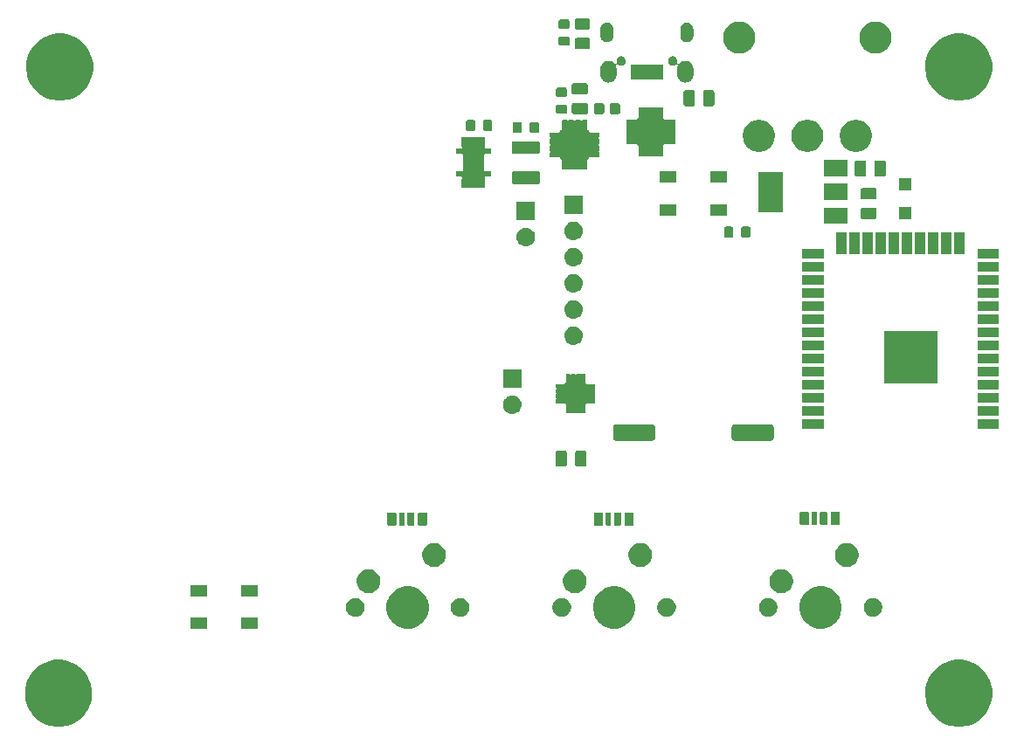
<source format=gbr>
G04 #@! TF.GenerationSoftware,KiCad,Pcbnew,5.0.2+dfsg1-1*
G04 #@! TF.CreationDate,2020-11-04T14:27:09+01:00*
G04 #@! TF.ProjectId,CoreSchematic,436f7265-5363-4686-956d-617469632e6b,rev?*
G04 #@! TF.SameCoordinates,Original*
G04 #@! TF.FileFunction,Soldermask,Top*
G04 #@! TF.FilePolarity,Negative*
%FSLAX46Y46*%
G04 Gerber Fmt 4.6, Leading zero omitted, Abs format (unit mm)*
G04 Created by KiCad (PCBNEW 5.0.2+dfsg1-1) date Wed 04 Nov 2020 14:27:09 CET*
%MOMM*%
%LPD*%
G01*
G04 APERTURE LIST*
%ADD10C,0.100000*%
G04 APERTURE END LIST*
D10*
G36*
X185292239Y-116826467D02*
X185606282Y-116888934D01*
X186197926Y-117134001D01*
X186487523Y-117327504D01*
X186730395Y-117489786D01*
X187183214Y-117942605D01*
X187183216Y-117942608D01*
X187538999Y-118475074D01*
X187660724Y-118768944D01*
X187784066Y-119066719D01*
X187909000Y-119694803D01*
X187909000Y-120335197D01*
X187846533Y-120649239D01*
X187784066Y-120963282D01*
X187538999Y-121554926D01*
X187291265Y-121925685D01*
X187183214Y-122087395D01*
X186730395Y-122540214D01*
X186730392Y-122540216D01*
X186197926Y-122895999D01*
X185606282Y-123141066D01*
X185292239Y-123203533D01*
X184978197Y-123266000D01*
X184337803Y-123266000D01*
X184023761Y-123203533D01*
X183709718Y-123141066D01*
X183118074Y-122895999D01*
X182585608Y-122540216D01*
X182585605Y-122540214D01*
X182132786Y-122087395D01*
X182024735Y-121925685D01*
X181777001Y-121554926D01*
X181531934Y-120963282D01*
X181469467Y-120649239D01*
X181407000Y-120335197D01*
X181407000Y-119694803D01*
X181531934Y-119066719D01*
X181655276Y-118768944D01*
X181777001Y-118475074D01*
X182132784Y-117942608D01*
X182132786Y-117942605D01*
X182585605Y-117489786D01*
X182828477Y-117327504D01*
X183118074Y-117134001D01*
X183709718Y-116888934D01*
X184023761Y-116826467D01*
X184337803Y-116764000D01*
X184978197Y-116764000D01*
X185292239Y-116826467D01*
X185292239Y-116826467D01*
G37*
G36*
X98043239Y-116826467D02*
X98357282Y-116888934D01*
X98948926Y-117134001D01*
X99238523Y-117327504D01*
X99481395Y-117489786D01*
X99934214Y-117942605D01*
X99934216Y-117942608D01*
X100289999Y-118475074D01*
X100411724Y-118768944D01*
X100535066Y-119066719D01*
X100660000Y-119694803D01*
X100660000Y-120335197D01*
X100597533Y-120649239D01*
X100535066Y-120963282D01*
X100289999Y-121554926D01*
X100042265Y-121925685D01*
X99934214Y-122087395D01*
X99481395Y-122540214D01*
X99481392Y-122540216D01*
X98948926Y-122895999D01*
X98357282Y-123141066D01*
X98043239Y-123203533D01*
X97729197Y-123266000D01*
X97088803Y-123266000D01*
X96774761Y-123203533D01*
X96460718Y-123141066D01*
X95869074Y-122895999D01*
X95336608Y-122540216D01*
X95336605Y-122540214D01*
X94883786Y-122087395D01*
X94775735Y-121925685D01*
X94528001Y-121554926D01*
X94282934Y-120963282D01*
X94220467Y-120649239D01*
X94158000Y-120335197D01*
X94158000Y-119694803D01*
X94282934Y-119066719D01*
X94406276Y-118768944D01*
X94528001Y-118475074D01*
X94883784Y-117942608D01*
X94883786Y-117942605D01*
X95336605Y-117489786D01*
X95579477Y-117327504D01*
X95869074Y-117134001D01*
X96460718Y-116888934D01*
X96774761Y-116826467D01*
X97088803Y-116764000D01*
X97729197Y-116764000D01*
X98043239Y-116826467D01*
X98043239Y-116826467D01*
G37*
G36*
X111838200Y-113809400D02*
X110236200Y-113809400D01*
X110236200Y-112707400D01*
X111838200Y-112707400D01*
X111838200Y-113809400D01*
X111838200Y-113809400D01*
G37*
G36*
X116738200Y-113809400D02*
X115136200Y-113809400D01*
X115136200Y-112707400D01*
X116738200Y-112707400D01*
X116738200Y-113809400D01*
X116738200Y-113809400D01*
G37*
G36*
X151855252Y-109724318D02*
X151855254Y-109724319D01*
X151855255Y-109724319D01*
X152228513Y-109878927D01*
X152559905Y-110100357D01*
X152564439Y-110103386D01*
X152850114Y-110389061D01*
X152850116Y-110389064D01*
X153074573Y-110724987D01*
X153103780Y-110795500D01*
X153229182Y-111098248D01*
X153308000Y-111494493D01*
X153308000Y-111898507D01*
X153233936Y-112270854D01*
X153229181Y-112294755D01*
X153074573Y-112668013D01*
X153074572Y-112668014D01*
X152850114Y-113003939D01*
X152564439Y-113289614D01*
X152564436Y-113289616D01*
X152228513Y-113514073D01*
X151855255Y-113668681D01*
X151855254Y-113668681D01*
X151855252Y-113668682D01*
X151459007Y-113747500D01*
X151054993Y-113747500D01*
X150658748Y-113668682D01*
X150658746Y-113668681D01*
X150658745Y-113668681D01*
X150285487Y-113514073D01*
X149949564Y-113289616D01*
X149949561Y-113289614D01*
X149663886Y-113003939D01*
X149439428Y-112668014D01*
X149439427Y-112668013D01*
X149284819Y-112294755D01*
X149280065Y-112270854D01*
X149206000Y-111898507D01*
X149206000Y-111494493D01*
X149284818Y-111098248D01*
X149410220Y-110795500D01*
X149439427Y-110724987D01*
X149663884Y-110389064D01*
X149663886Y-110389061D01*
X149949561Y-110103386D01*
X149954095Y-110100357D01*
X150285487Y-109878927D01*
X150658745Y-109724319D01*
X150658746Y-109724319D01*
X150658748Y-109724318D01*
X151054993Y-109645500D01*
X151459007Y-109645500D01*
X151855252Y-109724318D01*
X151855252Y-109724318D01*
G37*
G36*
X171857752Y-109724318D02*
X171857754Y-109724319D01*
X171857755Y-109724319D01*
X172231013Y-109878927D01*
X172562405Y-110100357D01*
X172566939Y-110103386D01*
X172852614Y-110389061D01*
X172852616Y-110389064D01*
X173077073Y-110724987D01*
X173106280Y-110795500D01*
X173231682Y-111098248D01*
X173310500Y-111494493D01*
X173310500Y-111898507D01*
X173236436Y-112270854D01*
X173231681Y-112294755D01*
X173077073Y-112668013D01*
X173077072Y-112668014D01*
X172852614Y-113003939D01*
X172566939Y-113289614D01*
X172566936Y-113289616D01*
X172231013Y-113514073D01*
X171857755Y-113668681D01*
X171857754Y-113668681D01*
X171857752Y-113668682D01*
X171461507Y-113747500D01*
X171057493Y-113747500D01*
X170661248Y-113668682D01*
X170661246Y-113668681D01*
X170661245Y-113668681D01*
X170287987Y-113514073D01*
X169952064Y-113289616D01*
X169952061Y-113289614D01*
X169666386Y-113003939D01*
X169441928Y-112668014D01*
X169441927Y-112668013D01*
X169287319Y-112294755D01*
X169282565Y-112270854D01*
X169208500Y-111898507D01*
X169208500Y-111494493D01*
X169287318Y-111098248D01*
X169412720Y-110795500D01*
X169441927Y-110724987D01*
X169666384Y-110389064D01*
X169666386Y-110389061D01*
X169952061Y-110103386D01*
X169956595Y-110100357D01*
X170287987Y-109878927D01*
X170661245Y-109724319D01*
X170661246Y-109724319D01*
X170661248Y-109724318D01*
X171057493Y-109645500D01*
X171461507Y-109645500D01*
X171857752Y-109724318D01*
X171857752Y-109724318D01*
G37*
G36*
X131852752Y-109724318D02*
X131852754Y-109724319D01*
X131852755Y-109724319D01*
X132226013Y-109878927D01*
X132557405Y-110100357D01*
X132561939Y-110103386D01*
X132847614Y-110389061D01*
X132847616Y-110389064D01*
X133072073Y-110724987D01*
X133101280Y-110795500D01*
X133226682Y-111098248D01*
X133305500Y-111494493D01*
X133305500Y-111898507D01*
X133231436Y-112270854D01*
X133226681Y-112294755D01*
X133072073Y-112668013D01*
X133072072Y-112668014D01*
X132847614Y-113003939D01*
X132561939Y-113289614D01*
X132561936Y-113289616D01*
X132226013Y-113514073D01*
X131852755Y-113668681D01*
X131852754Y-113668681D01*
X131852752Y-113668682D01*
X131456507Y-113747500D01*
X131052493Y-113747500D01*
X130656248Y-113668682D01*
X130656246Y-113668681D01*
X130656245Y-113668681D01*
X130282987Y-113514073D01*
X129947064Y-113289616D01*
X129947061Y-113289614D01*
X129661386Y-113003939D01*
X129436928Y-112668014D01*
X129436927Y-112668013D01*
X129282319Y-112294755D01*
X129277565Y-112270854D01*
X129203500Y-111898507D01*
X129203500Y-111494493D01*
X129282318Y-111098248D01*
X129407720Y-110795500D01*
X129436927Y-110724987D01*
X129661384Y-110389064D01*
X129661386Y-110389061D01*
X129947061Y-110103386D01*
X129951595Y-110100357D01*
X130282987Y-109878927D01*
X130656245Y-109724319D01*
X130656246Y-109724319D01*
X130656248Y-109724318D01*
X131052493Y-109645500D01*
X131456507Y-109645500D01*
X131852752Y-109724318D01*
X131852752Y-109724318D01*
G37*
G36*
X176602312Y-110830124D02*
X176766284Y-110898044D01*
X176913854Y-110996647D01*
X177039353Y-111122146D01*
X177137956Y-111269716D01*
X177205876Y-111433688D01*
X177240500Y-111607759D01*
X177240500Y-111785241D01*
X177205876Y-111959312D01*
X177137956Y-112123284D01*
X177039353Y-112270854D01*
X176913854Y-112396353D01*
X176766284Y-112494956D01*
X176602312Y-112562876D01*
X176428241Y-112597500D01*
X176250759Y-112597500D01*
X176076688Y-112562876D01*
X175912716Y-112494956D01*
X175765146Y-112396353D01*
X175639647Y-112270854D01*
X175541044Y-112123284D01*
X175473124Y-111959312D01*
X175438500Y-111785241D01*
X175438500Y-111607759D01*
X175473124Y-111433688D01*
X175541044Y-111269716D01*
X175639647Y-111122146D01*
X175765146Y-110996647D01*
X175912716Y-110898044D01*
X176076688Y-110830124D01*
X176250759Y-110795500D01*
X176428241Y-110795500D01*
X176602312Y-110830124D01*
X176602312Y-110830124D01*
G37*
G36*
X166442312Y-110830124D02*
X166606284Y-110898044D01*
X166753854Y-110996647D01*
X166879353Y-111122146D01*
X166977956Y-111269716D01*
X167045876Y-111433688D01*
X167080500Y-111607759D01*
X167080500Y-111785241D01*
X167045876Y-111959312D01*
X166977956Y-112123284D01*
X166879353Y-112270854D01*
X166753854Y-112396353D01*
X166606284Y-112494956D01*
X166442312Y-112562876D01*
X166268241Y-112597500D01*
X166090759Y-112597500D01*
X165916688Y-112562876D01*
X165752716Y-112494956D01*
X165605146Y-112396353D01*
X165479647Y-112270854D01*
X165381044Y-112123284D01*
X165313124Y-111959312D01*
X165278500Y-111785241D01*
X165278500Y-111607759D01*
X165313124Y-111433688D01*
X165381044Y-111269716D01*
X165479647Y-111122146D01*
X165605146Y-110996647D01*
X165752716Y-110898044D01*
X165916688Y-110830124D01*
X166090759Y-110795500D01*
X166268241Y-110795500D01*
X166442312Y-110830124D01*
X166442312Y-110830124D01*
G37*
G36*
X126437312Y-110830124D02*
X126601284Y-110898044D01*
X126748854Y-110996647D01*
X126874353Y-111122146D01*
X126972956Y-111269716D01*
X127040876Y-111433688D01*
X127075500Y-111607759D01*
X127075500Y-111785241D01*
X127040876Y-111959312D01*
X126972956Y-112123284D01*
X126874353Y-112270854D01*
X126748854Y-112396353D01*
X126601284Y-112494956D01*
X126437312Y-112562876D01*
X126263241Y-112597500D01*
X126085759Y-112597500D01*
X125911688Y-112562876D01*
X125747716Y-112494956D01*
X125600146Y-112396353D01*
X125474647Y-112270854D01*
X125376044Y-112123284D01*
X125308124Y-111959312D01*
X125273500Y-111785241D01*
X125273500Y-111607759D01*
X125308124Y-111433688D01*
X125376044Y-111269716D01*
X125474647Y-111122146D01*
X125600146Y-110996647D01*
X125747716Y-110898044D01*
X125911688Y-110830124D01*
X126085759Y-110795500D01*
X126263241Y-110795500D01*
X126437312Y-110830124D01*
X126437312Y-110830124D01*
G37*
G36*
X136597312Y-110830124D02*
X136761284Y-110898044D01*
X136908854Y-110996647D01*
X137034353Y-111122146D01*
X137132956Y-111269716D01*
X137200876Y-111433688D01*
X137235500Y-111607759D01*
X137235500Y-111785241D01*
X137200876Y-111959312D01*
X137132956Y-112123284D01*
X137034353Y-112270854D01*
X136908854Y-112396353D01*
X136761284Y-112494956D01*
X136597312Y-112562876D01*
X136423241Y-112597500D01*
X136245759Y-112597500D01*
X136071688Y-112562876D01*
X135907716Y-112494956D01*
X135760146Y-112396353D01*
X135634647Y-112270854D01*
X135536044Y-112123284D01*
X135468124Y-111959312D01*
X135433500Y-111785241D01*
X135433500Y-111607759D01*
X135468124Y-111433688D01*
X135536044Y-111269716D01*
X135634647Y-111122146D01*
X135760146Y-110996647D01*
X135907716Y-110898044D01*
X136071688Y-110830124D01*
X136245759Y-110795500D01*
X136423241Y-110795500D01*
X136597312Y-110830124D01*
X136597312Y-110830124D01*
G37*
G36*
X146439812Y-110830124D02*
X146603784Y-110898044D01*
X146751354Y-110996647D01*
X146876853Y-111122146D01*
X146975456Y-111269716D01*
X147043376Y-111433688D01*
X147078000Y-111607759D01*
X147078000Y-111785241D01*
X147043376Y-111959312D01*
X146975456Y-112123284D01*
X146876853Y-112270854D01*
X146751354Y-112396353D01*
X146603784Y-112494956D01*
X146439812Y-112562876D01*
X146265741Y-112597500D01*
X146088259Y-112597500D01*
X145914188Y-112562876D01*
X145750216Y-112494956D01*
X145602646Y-112396353D01*
X145477147Y-112270854D01*
X145378544Y-112123284D01*
X145310624Y-111959312D01*
X145276000Y-111785241D01*
X145276000Y-111607759D01*
X145310624Y-111433688D01*
X145378544Y-111269716D01*
X145477147Y-111122146D01*
X145602646Y-110996647D01*
X145750216Y-110898044D01*
X145914188Y-110830124D01*
X146088259Y-110795500D01*
X146265741Y-110795500D01*
X146439812Y-110830124D01*
X146439812Y-110830124D01*
G37*
G36*
X156599812Y-110830124D02*
X156763784Y-110898044D01*
X156911354Y-110996647D01*
X157036853Y-111122146D01*
X157135456Y-111269716D01*
X157203376Y-111433688D01*
X157238000Y-111607759D01*
X157238000Y-111785241D01*
X157203376Y-111959312D01*
X157135456Y-112123284D01*
X157036853Y-112270854D01*
X156911354Y-112396353D01*
X156763784Y-112494956D01*
X156599812Y-112562876D01*
X156425741Y-112597500D01*
X156248259Y-112597500D01*
X156074188Y-112562876D01*
X155910216Y-112494956D01*
X155762646Y-112396353D01*
X155637147Y-112270854D01*
X155538544Y-112123284D01*
X155470624Y-111959312D01*
X155436000Y-111785241D01*
X155436000Y-111607759D01*
X155470624Y-111433688D01*
X155538544Y-111269716D01*
X155637147Y-111122146D01*
X155762646Y-110996647D01*
X155910216Y-110898044D01*
X156074188Y-110830124D01*
X156248259Y-110795500D01*
X156425741Y-110795500D01*
X156599812Y-110830124D01*
X156599812Y-110830124D01*
G37*
G36*
X111838200Y-110609400D02*
X110236200Y-110609400D01*
X110236200Y-109507400D01*
X111838200Y-109507400D01*
X111838200Y-110609400D01*
X111838200Y-110609400D01*
G37*
G36*
X116738200Y-110609400D02*
X115136200Y-110609400D01*
X115136200Y-109507400D01*
X116738200Y-109507400D01*
X116738200Y-110609400D01*
X116738200Y-110609400D01*
G37*
G36*
X127780234Y-108049732D02*
X127989702Y-108136496D01*
X128178223Y-108262462D01*
X128338538Y-108422777D01*
X128464504Y-108611298D01*
X128551268Y-108820766D01*
X128595500Y-109043135D01*
X128595500Y-109269865D01*
X128551268Y-109492234D01*
X128464504Y-109701702D01*
X128338538Y-109890223D01*
X128178223Y-110050538D01*
X127989702Y-110176504D01*
X127780234Y-110263268D01*
X127557865Y-110307500D01*
X127331135Y-110307500D01*
X127108766Y-110263268D01*
X126899298Y-110176504D01*
X126710777Y-110050538D01*
X126550462Y-109890223D01*
X126424496Y-109701702D01*
X126337732Y-109492234D01*
X126293500Y-109269865D01*
X126293500Y-109043135D01*
X126337732Y-108820766D01*
X126424496Y-108611298D01*
X126550462Y-108422777D01*
X126710777Y-108262462D01*
X126899298Y-108136496D01*
X127108766Y-108049732D01*
X127331135Y-108005500D01*
X127557865Y-108005500D01*
X127780234Y-108049732D01*
X127780234Y-108049732D01*
G37*
G36*
X167785234Y-108049732D02*
X167994702Y-108136496D01*
X168183223Y-108262462D01*
X168343538Y-108422777D01*
X168469504Y-108611298D01*
X168556268Y-108820766D01*
X168600500Y-109043135D01*
X168600500Y-109269865D01*
X168556268Y-109492234D01*
X168469504Y-109701702D01*
X168343538Y-109890223D01*
X168183223Y-110050538D01*
X167994702Y-110176504D01*
X167785234Y-110263268D01*
X167562865Y-110307500D01*
X167336135Y-110307500D01*
X167113766Y-110263268D01*
X166904298Y-110176504D01*
X166715777Y-110050538D01*
X166555462Y-109890223D01*
X166429496Y-109701702D01*
X166342732Y-109492234D01*
X166298500Y-109269865D01*
X166298500Y-109043135D01*
X166342732Y-108820766D01*
X166429496Y-108611298D01*
X166555462Y-108422777D01*
X166715777Y-108262462D01*
X166904298Y-108136496D01*
X167113766Y-108049732D01*
X167336135Y-108005500D01*
X167562865Y-108005500D01*
X167785234Y-108049732D01*
X167785234Y-108049732D01*
G37*
G36*
X147782734Y-108049732D02*
X147992202Y-108136496D01*
X148180723Y-108262462D01*
X148341038Y-108422777D01*
X148467004Y-108611298D01*
X148553768Y-108820766D01*
X148598000Y-109043135D01*
X148598000Y-109269865D01*
X148553768Y-109492234D01*
X148467004Y-109701702D01*
X148341038Y-109890223D01*
X148180723Y-110050538D01*
X147992202Y-110176504D01*
X147782734Y-110263268D01*
X147560365Y-110307500D01*
X147333635Y-110307500D01*
X147111266Y-110263268D01*
X146901798Y-110176504D01*
X146713277Y-110050538D01*
X146552962Y-109890223D01*
X146426996Y-109701702D01*
X146340232Y-109492234D01*
X146296000Y-109269865D01*
X146296000Y-109043135D01*
X146340232Y-108820766D01*
X146426996Y-108611298D01*
X146552962Y-108422777D01*
X146713277Y-108262462D01*
X146901798Y-108136496D01*
X147111266Y-108049732D01*
X147333635Y-108005500D01*
X147560365Y-108005500D01*
X147782734Y-108049732D01*
X147782734Y-108049732D01*
G37*
G36*
X154132734Y-105509732D02*
X154342202Y-105596496D01*
X154530723Y-105722462D01*
X154691038Y-105882777D01*
X154817004Y-106071298D01*
X154903768Y-106280766D01*
X154948000Y-106503135D01*
X154948000Y-106729865D01*
X154903768Y-106952234D01*
X154817004Y-107161702D01*
X154691038Y-107350223D01*
X154530723Y-107510538D01*
X154342202Y-107636504D01*
X154132734Y-107723268D01*
X153910365Y-107767500D01*
X153683635Y-107767500D01*
X153461266Y-107723268D01*
X153251798Y-107636504D01*
X153063277Y-107510538D01*
X152902962Y-107350223D01*
X152776996Y-107161702D01*
X152690232Y-106952234D01*
X152646000Y-106729865D01*
X152646000Y-106503135D01*
X152690232Y-106280766D01*
X152776996Y-106071298D01*
X152902962Y-105882777D01*
X153063277Y-105722462D01*
X153251798Y-105596496D01*
X153461266Y-105509732D01*
X153683635Y-105465500D01*
X153910365Y-105465500D01*
X154132734Y-105509732D01*
X154132734Y-105509732D01*
G37*
G36*
X174135234Y-105509732D02*
X174344702Y-105596496D01*
X174533223Y-105722462D01*
X174693538Y-105882777D01*
X174819504Y-106071298D01*
X174906268Y-106280766D01*
X174950500Y-106503135D01*
X174950500Y-106729865D01*
X174906268Y-106952234D01*
X174819504Y-107161702D01*
X174693538Y-107350223D01*
X174533223Y-107510538D01*
X174344702Y-107636504D01*
X174135234Y-107723268D01*
X173912865Y-107767500D01*
X173686135Y-107767500D01*
X173463766Y-107723268D01*
X173254298Y-107636504D01*
X173065777Y-107510538D01*
X172905462Y-107350223D01*
X172779496Y-107161702D01*
X172692732Y-106952234D01*
X172648500Y-106729865D01*
X172648500Y-106503135D01*
X172692732Y-106280766D01*
X172779496Y-106071298D01*
X172905462Y-105882777D01*
X173065777Y-105722462D01*
X173254298Y-105596496D01*
X173463766Y-105509732D01*
X173686135Y-105465500D01*
X173912865Y-105465500D01*
X174135234Y-105509732D01*
X174135234Y-105509732D01*
G37*
G36*
X134130234Y-105509732D02*
X134339702Y-105596496D01*
X134528223Y-105722462D01*
X134688538Y-105882777D01*
X134814504Y-106071298D01*
X134901268Y-106280766D01*
X134945500Y-106503135D01*
X134945500Y-106729865D01*
X134901268Y-106952234D01*
X134814504Y-107161702D01*
X134688538Y-107350223D01*
X134528223Y-107510538D01*
X134339702Y-107636504D01*
X134130234Y-107723268D01*
X133907865Y-107767500D01*
X133681135Y-107767500D01*
X133458766Y-107723268D01*
X133249298Y-107636504D01*
X133060777Y-107510538D01*
X132900462Y-107350223D01*
X132774496Y-107161702D01*
X132687732Y-106952234D01*
X132643500Y-106729865D01*
X132643500Y-106503135D01*
X132687732Y-106280766D01*
X132774496Y-106071298D01*
X132900462Y-105882777D01*
X133060777Y-105722462D01*
X133249298Y-105596496D01*
X133458766Y-105509732D01*
X133681135Y-105465500D01*
X133907865Y-105465500D01*
X134130234Y-105509732D01*
X134130234Y-105509732D01*
G37*
G36*
X130892370Y-102474803D02*
X130904079Y-102478355D01*
X130914862Y-102484119D01*
X130924320Y-102491880D01*
X130932081Y-102501338D01*
X130937845Y-102512121D01*
X130941397Y-102523830D01*
X130943200Y-102542138D01*
X130943200Y-103705862D01*
X130941397Y-103724170D01*
X130937845Y-103735879D01*
X130932081Y-103746662D01*
X130924320Y-103756120D01*
X130914862Y-103763881D01*
X130904079Y-103769645D01*
X130892370Y-103773197D01*
X130874062Y-103775000D01*
X130510338Y-103775000D01*
X130492030Y-103773197D01*
X130480321Y-103769645D01*
X130469538Y-103763881D01*
X130460080Y-103756120D01*
X130452319Y-103746662D01*
X130446555Y-103735879D01*
X130443003Y-103724170D01*
X130441200Y-103705862D01*
X130441200Y-102542138D01*
X130443003Y-102523830D01*
X130446555Y-102512121D01*
X130452319Y-102501338D01*
X130460080Y-102491880D01*
X130469538Y-102484119D01*
X130480321Y-102478355D01*
X130492030Y-102474803D01*
X130510338Y-102473000D01*
X130874062Y-102473000D01*
X130892370Y-102474803D01*
X130892370Y-102474803D01*
G37*
G36*
X153027083Y-102476725D02*
X153057544Y-102485966D01*
X153085623Y-102500975D01*
X153110231Y-102521169D01*
X153130425Y-102545777D01*
X153145434Y-102573856D01*
X153154675Y-102604317D01*
X153158400Y-102642140D01*
X153158400Y-103605860D01*
X153154675Y-103643683D01*
X153145434Y-103674144D01*
X153130425Y-103702223D01*
X153110231Y-103726831D01*
X153085623Y-103747025D01*
X153057544Y-103762034D01*
X153027083Y-103771275D01*
X152989260Y-103775000D01*
X152425540Y-103775000D01*
X152387717Y-103771275D01*
X152357256Y-103762034D01*
X152329177Y-103747025D01*
X152304569Y-103726831D01*
X152284375Y-103702223D01*
X152269366Y-103674144D01*
X152260125Y-103643683D01*
X152256400Y-103605860D01*
X152256400Y-102642140D01*
X152260125Y-102604317D01*
X152269366Y-102573856D01*
X152284375Y-102545777D01*
X152304569Y-102521169D01*
X152329177Y-102500975D01*
X152357256Y-102485966D01*
X152387717Y-102476725D01*
X152425540Y-102473000D01*
X152989260Y-102473000D01*
X153027083Y-102476725D01*
X153027083Y-102476725D01*
G37*
G36*
X150907570Y-102474803D02*
X150919279Y-102478355D01*
X150930062Y-102484119D01*
X150939520Y-102491880D01*
X150947281Y-102501338D01*
X150953045Y-102512121D01*
X150956597Y-102523830D01*
X150958400Y-102542138D01*
X150958400Y-103705862D01*
X150956597Y-103724170D01*
X150953045Y-103735879D01*
X150947281Y-103746662D01*
X150939520Y-103756120D01*
X150930062Y-103763881D01*
X150919279Y-103769645D01*
X150907570Y-103773197D01*
X150889262Y-103775000D01*
X150525538Y-103775000D01*
X150507230Y-103773197D01*
X150495521Y-103769645D01*
X150484738Y-103763881D01*
X150475280Y-103756120D01*
X150467519Y-103746662D01*
X150461755Y-103735879D01*
X150458203Y-103724170D01*
X150456400Y-103705862D01*
X150456400Y-102542138D01*
X150458203Y-102523830D01*
X150461755Y-102512121D01*
X150467519Y-102501338D01*
X150475280Y-102491880D01*
X150484738Y-102484119D01*
X150495521Y-102478355D01*
X150507230Y-102474803D01*
X150525538Y-102473000D01*
X150889262Y-102473000D01*
X150907570Y-102474803D01*
X150907570Y-102474803D01*
G37*
G36*
X151842328Y-102475764D02*
X151863411Y-102482160D01*
X151882842Y-102492546D01*
X151899875Y-102506525D01*
X151913854Y-102523558D01*
X151924240Y-102542989D01*
X151930636Y-102564072D01*
X151933400Y-102592140D01*
X151933400Y-103655860D01*
X151930636Y-103683928D01*
X151924240Y-103705011D01*
X151913854Y-103724442D01*
X151899875Y-103741475D01*
X151882842Y-103755454D01*
X151863411Y-103765840D01*
X151842328Y-103772236D01*
X151814260Y-103775000D01*
X151350540Y-103775000D01*
X151322472Y-103772236D01*
X151301389Y-103765840D01*
X151281958Y-103755454D01*
X151264925Y-103741475D01*
X151250946Y-103724442D01*
X151240560Y-103705011D01*
X151234164Y-103683928D01*
X151231400Y-103655860D01*
X151231400Y-102592140D01*
X151234164Y-102564072D01*
X151240560Y-102542989D01*
X151250946Y-102523558D01*
X151264925Y-102506525D01*
X151281958Y-102492546D01*
X151301389Y-102482160D01*
X151322472Y-102475764D01*
X151350540Y-102473000D01*
X151814260Y-102473000D01*
X151842328Y-102475764D01*
X151842328Y-102475764D01*
G37*
G36*
X133011883Y-102476725D02*
X133042344Y-102485966D01*
X133070423Y-102500975D01*
X133095031Y-102521169D01*
X133115225Y-102545777D01*
X133130234Y-102573856D01*
X133139475Y-102604317D01*
X133143200Y-102642140D01*
X133143200Y-103605860D01*
X133139475Y-103643683D01*
X133130234Y-103674144D01*
X133115225Y-103702223D01*
X133095031Y-103726831D01*
X133070423Y-103747025D01*
X133042344Y-103762034D01*
X133011883Y-103771275D01*
X132974060Y-103775000D01*
X132410340Y-103775000D01*
X132372517Y-103771275D01*
X132342056Y-103762034D01*
X132313977Y-103747025D01*
X132289369Y-103726831D01*
X132269175Y-103702223D01*
X132254166Y-103674144D01*
X132244925Y-103643683D01*
X132241200Y-103605860D01*
X132241200Y-102642140D01*
X132244925Y-102604317D01*
X132254166Y-102573856D01*
X132269175Y-102545777D01*
X132289369Y-102521169D01*
X132313977Y-102500975D01*
X132342056Y-102485966D01*
X132372517Y-102476725D01*
X132410340Y-102473000D01*
X132974060Y-102473000D01*
X133011883Y-102476725D01*
X133011883Y-102476725D01*
G37*
G36*
X131827128Y-102475764D02*
X131848211Y-102482160D01*
X131867642Y-102492546D01*
X131884675Y-102506525D01*
X131898654Y-102523558D01*
X131909040Y-102542989D01*
X131915436Y-102564072D01*
X131918200Y-102592140D01*
X131918200Y-103655860D01*
X131915436Y-103683928D01*
X131909040Y-103705011D01*
X131898654Y-103724442D01*
X131884675Y-103741475D01*
X131867642Y-103755454D01*
X131848211Y-103765840D01*
X131827128Y-103772236D01*
X131799060Y-103775000D01*
X131335340Y-103775000D01*
X131307272Y-103772236D01*
X131286189Y-103765840D01*
X131266758Y-103755454D01*
X131249725Y-103741475D01*
X131235746Y-103724442D01*
X131225360Y-103705011D01*
X131218964Y-103683928D01*
X131216200Y-103655860D01*
X131216200Y-102592140D01*
X131218964Y-102564072D01*
X131225360Y-102542989D01*
X131235746Y-102523558D01*
X131249725Y-102506525D01*
X131266758Y-102492546D01*
X131286189Y-102482160D01*
X131307272Y-102475764D01*
X131335340Y-102473000D01*
X131799060Y-102473000D01*
X131827128Y-102475764D01*
X131827128Y-102475764D01*
G37*
G36*
X150052083Y-102476725D02*
X150082544Y-102485966D01*
X150110623Y-102500975D01*
X150135231Y-102521169D01*
X150155425Y-102545777D01*
X150170434Y-102573856D01*
X150179675Y-102604317D01*
X150183400Y-102642140D01*
X150183400Y-103605860D01*
X150179675Y-103643683D01*
X150170434Y-103674144D01*
X150155425Y-103702223D01*
X150135231Y-103726831D01*
X150110623Y-103747025D01*
X150082544Y-103762034D01*
X150052083Y-103771275D01*
X150014260Y-103775000D01*
X149450540Y-103775000D01*
X149412717Y-103771275D01*
X149382256Y-103762034D01*
X149354177Y-103747025D01*
X149329569Y-103726831D01*
X149309375Y-103702223D01*
X149294366Y-103674144D01*
X149285125Y-103643683D01*
X149281400Y-103605860D01*
X149281400Y-102642140D01*
X149285125Y-102604317D01*
X149294366Y-102573856D01*
X149309375Y-102545777D01*
X149329569Y-102521169D01*
X149354177Y-102500975D01*
X149382256Y-102485966D01*
X149412717Y-102476725D01*
X149450540Y-102473000D01*
X150014260Y-102473000D01*
X150052083Y-102476725D01*
X150052083Y-102476725D01*
G37*
G36*
X130036883Y-102476725D02*
X130067344Y-102485966D01*
X130095423Y-102500975D01*
X130120031Y-102521169D01*
X130140225Y-102545777D01*
X130155234Y-102573856D01*
X130164475Y-102604317D01*
X130168200Y-102642140D01*
X130168200Y-103605860D01*
X130164475Y-103643683D01*
X130155234Y-103674144D01*
X130140225Y-103702223D01*
X130120031Y-103726831D01*
X130095423Y-103747025D01*
X130067344Y-103762034D01*
X130036883Y-103771275D01*
X129999060Y-103775000D01*
X129435340Y-103775000D01*
X129397517Y-103771275D01*
X129367056Y-103762034D01*
X129338977Y-103747025D01*
X129314369Y-103726831D01*
X129294175Y-103702223D01*
X129279166Y-103674144D01*
X129269925Y-103643683D01*
X129266200Y-103605860D01*
X129266200Y-102642140D01*
X129269925Y-102604317D01*
X129279166Y-102573856D01*
X129294175Y-102545777D01*
X129314369Y-102521169D01*
X129338977Y-102500975D01*
X129367056Y-102485966D01*
X129397517Y-102476725D01*
X129435340Y-102473000D01*
X129999060Y-102473000D01*
X130036883Y-102476725D01*
X130036883Y-102476725D01*
G37*
G36*
X171806728Y-102424964D02*
X171827811Y-102431360D01*
X171847242Y-102441746D01*
X171864275Y-102455725D01*
X171878254Y-102472758D01*
X171888640Y-102492189D01*
X171895036Y-102513272D01*
X171897800Y-102541340D01*
X171897800Y-103605060D01*
X171895036Y-103633128D01*
X171888640Y-103654211D01*
X171878254Y-103673642D01*
X171864275Y-103690675D01*
X171847242Y-103704654D01*
X171827811Y-103715040D01*
X171806728Y-103721436D01*
X171778660Y-103724200D01*
X171314940Y-103724200D01*
X171286872Y-103721436D01*
X171265789Y-103715040D01*
X171246358Y-103704654D01*
X171229325Y-103690675D01*
X171215346Y-103673642D01*
X171204960Y-103654211D01*
X171198564Y-103633128D01*
X171195800Y-103605060D01*
X171195800Y-102541340D01*
X171198564Y-102513272D01*
X171204960Y-102492189D01*
X171215346Y-102472758D01*
X171229325Y-102455725D01*
X171246358Y-102441746D01*
X171265789Y-102431360D01*
X171286872Y-102424964D01*
X171314940Y-102422200D01*
X171778660Y-102422200D01*
X171806728Y-102424964D01*
X171806728Y-102424964D01*
G37*
G36*
X170871970Y-102424003D02*
X170883679Y-102427555D01*
X170894462Y-102433319D01*
X170903920Y-102441080D01*
X170911681Y-102450538D01*
X170917445Y-102461321D01*
X170920997Y-102473030D01*
X170922800Y-102491338D01*
X170922800Y-103655062D01*
X170920997Y-103673370D01*
X170917445Y-103685079D01*
X170911681Y-103695862D01*
X170903920Y-103705320D01*
X170894462Y-103713081D01*
X170883679Y-103718845D01*
X170871970Y-103722397D01*
X170853662Y-103724200D01*
X170489938Y-103724200D01*
X170471630Y-103722397D01*
X170459921Y-103718845D01*
X170449138Y-103713081D01*
X170439680Y-103705320D01*
X170431919Y-103695862D01*
X170426155Y-103685079D01*
X170422603Y-103673370D01*
X170420800Y-103655062D01*
X170420800Y-102491338D01*
X170422603Y-102473030D01*
X170426155Y-102461321D01*
X170431919Y-102450538D01*
X170439680Y-102441080D01*
X170449138Y-102433319D01*
X170459921Y-102427555D01*
X170471630Y-102424003D01*
X170489938Y-102422200D01*
X170853662Y-102422200D01*
X170871970Y-102424003D01*
X170871970Y-102424003D01*
G37*
G36*
X172991483Y-102425925D02*
X173021944Y-102435166D01*
X173050023Y-102450175D01*
X173074631Y-102470369D01*
X173094825Y-102494977D01*
X173109834Y-102523056D01*
X173119075Y-102553517D01*
X173122800Y-102591340D01*
X173122800Y-103555060D01*
X173119075Y-103592883D01*
X173109834Y-103623344D01*
X173094825Y-103651423D01*
X173074631Y-103676031D01*
X173050023Y-103696225D01*
X173021944Y-103711234D01*
X172991483Y-103720475D01*
X172953660Y-103724200D01*
X172389940Y-103724200D01*
X172352117Y-103720475D01*
X172321656Y-103711234D01*
X172293577Y-103696225D01*
X172268969Y-103676031D01*
X172248775Y-103651423D01*
X172233766Y-103623344D01*
X172224525Y-103592883D01*
X172220800Y-103555060D01*
X172220800Y-102591340D01*
X172224525Y-102553517D01*
X172233766Y-102523056D01*
X172248775Y-102494977D01*
X172268969Y-102470369D01*
X172293577Y-102450175D01*
X172321656Y-102435166D01*
X172352117Y-102425925D01*
X172389940Y-102422200D01*
X172953660Y-102422200D01*
X172991483Y-102425925D01*
X172991483Y-102425925D01*
G37*
G36*
X170016483Y-102425925D02*
X170046944Y-102435166D01*
X170075023Y-102450175D01*
X170099631Y-102470369D01*
X170119825Y-102494977D01*
X170134834Y-102523056D01*
X170144075Y-102553517D01*
X170147800Y-102591340D01*
X170147800Y-103555060D01*
X170144075Y-103592883D01*
X170134834Y-103623344D01*
X170119825Y-103651423D01*
X170099631Y-103676031D01*
X170075023Y-103696225D01*
X170046944Y-103711234D01*
X170016483Y-103720475D01*
X169978660Y-103724200D01*
X169414940Y-103724200D01*
X169377117Y-103720475D01*
X169346656Y-103711234D01*
X169318577Y-103696225D01*
X169293969Y-103676031D01*
X169273775Y-103651423D01*
X169258766Y-103623344D01*
X169249525Y-103592883D01*
X169245800Y-103555060D01*
X169245800Y-102591340D01*
X169249525Y-102553517D01*
X169258766Y-102523056D01*
X169273775Y-102494977D01*
X169293969Y-102470369D01*
X169318577Y-102450175D01*
X169346656Y-102435166D01*
X169377117Y-102425925D01*
X169414940Y-102422200D01*
X169978660Y-102422200D01*
X170016483Y-102425925D01*
X170016483Y-102425925D01*
G37*
G36*
X146495433Y-96510686D02*
X146535281Y-96522774D01*
X146572001Y-96542401D01*
X146604186Y-96568814D01*
X146630599Y-96600999D01*
X146650226Y-96637719D01*
X146662314Y-96677567D01*
X146667000Y-96725141D01*
X146667000Y-97838859D01*
X146662314Y-97886433D01*
X146650226Y-97926281D01*
X146630599Y-97963001D01*
X146604186Y-97995186D01*
X146572001Y-98021599D01*
X146535281Y-98041226D01*
X146495433Y-98053314D01*
X146447859Y-98058000D01*
X145784141Y-98058000D01*
X145736567Y-98053314D01*
X145696719Y-98041226D01*
X145659999Y-98021599D01*
X145627814Y-97995186D01*
X145601401Y-97963001D01*
X145581774Y-97926281D01*
X145569686Y-97886433D01*
X145565000Y-97838859D01*
X145565000Y-96725141D01*
X145569686Y-96677567D01*
X145581774Y-96637719D01*
X145601401Y-96600999D01*
X145627814Y-96568814D01*
X145659999Y-96542401D01*
X145696719Y-96522774D01*
X145736567Y-96510686D01*
X145784141Y-96506000D01*
X146447859Y-96506000D01*
X146495433Y-96510686D01*
X146495433Y-96510686D01*
G37*
G36*
X148395433Y-96510686D02*
X148435281Y-96522774D01*
X148472001Y-96542401D01*
X148504186Y-96568814D01*
X148530599Y-96600999D01*
X148550226Y-96637719D01*
X148562314Y-96677567D01*
X148567000Y-96725141D01*
X148567000Y-97838859D01*
X148562314Y-97886433D01*
X148550226Y-97926281D01*
X148530599Y-97963001D01*
X148504186Y-97995186D01*
X148472001Y-98021599D01*
X148435281Y-98041226D01*
X148395433Y-98053314D01*
X148347859Y-98058000D01*
X147684141Y-98058000D01*
X147636567Y-98053314D01*
X147596719Y-98041226D01*
X147559999Y-98021599D01*
X147527814Y-97995186D01*
X147501401Y-97963001D01*
X147481774Y-97926281D01*
X147469686Y-97886433D01*
X147465000Y-97838859D01*
X147465000Y-96725141D01*
X147469686Y-96677567D01*
X147481774Y-96637719D01*
X147501401Y-96600999D01*
X147527814Y-96568814D01*
X147559999Y-96542401D01*
X147596719Y-96522774D01*
X147636567Y-96510686D01*
X147684141Y-96506000D01*
X148347859Y-96506000D01*
X148395433Y-96510686D01*
X148395433Y-96510686D01*
G37*
G36*
X166464493Y-93936203D02*
X166528914Y-93955744D01*
X166588276Y-93987475D01*
X166640317Y-94030183D01*
X166683025Y-94082224D01*
X166714756Y-94141586D01*
X166734297Y-94206007D01*
X166741500Y-94279141D01*
X166741500Y-95204859D01*
X166734297Y-95277993D01*
X166714756Y-95342414D01*
X166683025Y-95401776D01*
X166640317Y-95453817D01*
X166588276Y-95496525D01*
X166528914Y-95528256D01*
X166464493Y-95547797D01*
X166391359Y-95555000D01*
X162989641Y-95555000D01*
X162916507Y-95547797D01*
X162852086Y-95528256D01*
X162792724Y-95496525D01*
X162740683Y-95453817D01*
X162697975Y-95401776D01*
X162666244Y-95342414D01*
X162646703Y-95277993D01*
X162639500Y-95204859D01*
X162639500Y-94279141D01*
X162646703Y-94206007D01*
X162666244Y-94141586D01*
X162697975Y-94082224D01*
X162740683Y-94030183D01*
X162792724Y-93987475D01*
X162852086Y-93955744D01*
X162916507Y-93936203D01*
X162989641Y-93929000D01*
X166391359Y-93929000D01*
X166464493Y-93936203D01*
X166464493Y-93936203D01*
G37*
G36*
X154964493Y-93936203D02*
X155028914Y-93955744D01*
X155088276Y-93987475D01*
X155140317Y-94030183D01*
X155183025Y-94082224D01*
X155214756Y-94141586D01*
X155234297Y-94206007D01*
X155241500Y-94279141D01*
X155241500Y-95204859D01*
X155234297Y-95277993D01*
X155214756Y-95342414D01*
X155183025Y-95401776D01*
X155140317Y-95453817D01*
X155088276Y-95496525D01*
X155028914Y-95528256D01*
X154964493Y-95547797D01*
X154891359Y-95555000D01*
X151489641Y-95555000D01*
X151416507Y-95547797D01*
X151352086Y-95528256D01*
X151292724Y-95496525D01*
X151240683Y-95453817D01*
X151197975Y-95401776D01*
X151166244Y-95342414D01*
X151146703Y-95277993D01*
X151139500Y-95204859D01*
X151139500Y-94279141D01*
X151146703Y-94206007D01*
X151166244Y-94141586D01*
X151197975Y-94082224D01*
X151240683Y-94030183D01*
X151292724Y-93987475D01*
X151352086Y-93955744D01*
X151416507Y-93936203D01*
X151489641Y-93929000D01*
X154891359Y-93929000D01*
X154964493Y-93936203D01*
X154964493Y-93936203D01*
G37*
G36*
X188557500Y-94417500D02*
X186455500Y-94417500D01*
X186455500Y-93415500D01*
X188557500Y-93415500D01*
X188557500Y-94417500D01*
X188557500Y-94417500D01*
G37*
G36*
X171557500Y-94417500D02*
X169455500Y-94417500D01*
X169455500Y-93415500D01*
X171557500Y-93415500D01*
X171557500Y-94417500D01*
X171557500Y-94417500D01*
G37*
G36*
X171557500Y-93147500D02*
X169455500Y-93147500D01*
X169455500Y-92145500D01*
X171557500Y-92145500D01*
X171557500Y-93147500D01*
X171557500Y-93147500D01*
G37*
G36*
X188557500Y-93147500D02*
X186455500Y-93147500D01*
X186455500Y-92145500D01*
X188557500Y-92145500D01*
X188557500Y-93147500D01*
X188557500Y-93147500D01*
G37*
G36*
X141486843Y-91155119D02*
X141553027Y-91161637D01*
X141666253Y-91195984D01*
X141722867Y-91213157D01*
X141861487Y-91287252D01*
X141879391Y-91296822D01*
X141908608Y-91320800D01*
X142016586Y-91409414D01*
X142086862Y-91495047D01*
X142129178Y-91546609D01*
X142138206Y-91563499D01*
X142212843Y-91703133D01*
X142212843Y-91703134D01*
X142264363Y-91872973D01*
X142281759Y-92049600D01*
X142264363Y-92226227D01*
X142230016Y-92339453D01*
X142212843Y-92396067D01*
X142138748Y-92534687D01*
X142129178Y-92552591D01*
X142099848Y-92588329D01*
X142016586Y-92689786D01*
X141915129Y-92773048D01*
X141879391Y-92802378D01*
X141879389Y-92802379D01*
X141722867Y-92886043D01*
X141666253Y-92903216D01*
X141553027Y-92937563D01*
X141486842Y-92944082D01*
X141420660Y-92950600D01*
X141332140Y-92950600D01*
X141265958Y-92944082D01*
X141199773Y-92937563D01*
X141086547Y-92903216D01*
X141029933Y-92886043D01*
X140873411Y-92802379D01*
X140873409Y-92802378D01*
X140837671Y-92773048D01*
X140736214Y-92689786D01*
X140652952Y-92588329D01*
X140623622Y-92552591D01*
X140614052Y-92534687D01*
X140539957Y-92396067D01*
X140522784Y-92339453D01*
X140488437Y-92226227D01*
X140471041Y-92049600D01*
X140488437Y-91872973D01*
X140539957Y-91703134D01*
X140539957Y-91703133D01*
X140614594Y-91563499D01*
X140623622Y-91546609D01*
X140665938Y-91495047D01*
X140736214Y-91409414D01*
X140844192Y-91320800D01*
X140873409Y-91296822D01*
X140891313Y-91287252D01*
X141029933Y-91213157D01*
X141086547Y-91195984D01*
X141199773Y-91161637D01*
X141265957Y-91155119D01*
X141332140Y-91148600D01*
X141420660Y-91148600D01*
X141486843Y-91155119D01*
X141486843Y-91155119D01*
G37*
G36*
X146915857Y-89082883D02*
X146920528Y-89084300D01*
X146924830Y-89086600D01*
X146931205Y-89091831D01*
X146951580Y-89105444D01*
X146974219Y-89114820D01*
X146998253Y-89119600D01*
X147022757Y-89119599D01*
X147046791Y-89114817D01*
X147069429Y-89105439D01*
X147089795Y-89091831D01*
X147096170Y-89086600D01*
X147100472Y-89084300D01*
X147105143Y-89082883D01*
X147116141Y-89081800D01*
X147404859Y-89081800D01*
X147415857Y-89082883D01*
X147420528Y-89084300D01*
X147424830Y-89086600D01*
X147431205Y-89091831D01*
X147451580Y-89105444D01*
X147474219Y-89114820D01*
X147498253Y-89119600D01*
X147522757Y-89119599D01*
X147546791Y-89114817D01*
X147569429Y-89105439D01*
X147589795Y-89091831D01*
X147596170Y-89086600D01*
X147600472Y-89084300D01*
X147605143Y-89082883D01*
X147616141Y-89081800D01*
X147904859Y-89081800D01*
X147915857Y-89082883D01*
X147920528Y-89084300D01*
X147924830Y-89086600D01*
X147931205Y-89091831D01*
X147951580Y-89105444D01*
X147974219Y-89114820D01*
X147998253Y-89119600D01*
X148022757Y-89119599D01*
X148046791Y-89114817D01*
X148069429Y-89105439D01*
X148089795Y-89091831D01*
X148096170Y-89086600D01*
X148100472Y-89084300D01*
X148105143Y-89082883D01*
X148116141Y-89081800D01*
X148404859Y-89081800D01*
X148415857Y-89082883D01*
X148420528Y-89084300D01*
X148424830Y-89086600D01*
X148428604Y-89089696D01*
X148431700Y-89093470D01*
X148434000Y-89097772D01*
X148435417Y-89102443D01*
X148436500Y-89113441D01*
X148436500Y-89827156D01*
X148434787Y-89844545D01*
X148434787Y-89869050D01*
X148439567Y-89893083D01*
X148448944Y-89915722D01*
X148462557Y-89936097D01*
X148479884Y-89953425D01*
X148500258Y-89967039D01*
X148518825Y-89974730D01*
X148521015Y-89981950D01*
X148532566Y-90003561D01*
X148548112Y-90022503D01*
X148567054Y-90038049D01*
X148588665Y-90049600D01*
X148612114Y-90056713D01*
X148636500Y-90059115D01*
X148648755Y-90058513D01*
X148666144Y-90056800D01*
X149379859Y-90056800D01*
X149390857Y-90057883D01*
X149395528Y-90059300D01*
X149399830Y-90061600D01*
X149403604Y-90064696D01*
X149406700Y-90068470D01*
X149409000Y-90072772D01*
X149410417Y-90077443D01*
X149411500Y-90088441D01*
X149411500Y-90377159D01*
X149410417Y-90388157D01*
X149409000Y-90392828D01*
X149406700Y-90397130D01*
X149401469Y-90403505D01*
X149387856Y-90423880D01*
X149378480Y-90446519D01*
X149373700Y-90470553D01*
X149373701Y-90495057D01*
X149378483Y-90519091D01*
X149387861Y-90541729D01*
X149401469Y-90562095D01*
X149406700Y-90568470D01*
X149409000Y-90572772D01*
X149410417Y-90577443D01*
X149411500Y-90588441D01*
X149411500Y-90877159D01*
X149410417Y-90888157D01*
X149409000Y-90892828D01*
X149406700Y-90897130D01*
X149401469Y-90903505D01*
X149387856Y-90923880D01*
X149378480Y-90946519D01*
X149373700Y-90970553D01*
X149373701Y-90995057D01*
X149378483Y-91019091D01*
X149387861Y-91041729D01*
X149401469Y-91062095D01*
X149406700Y-91068470D01*
X149409000Y-91072772D01*
X149410417Y-91077443D01*
X149411500Y-91088441D01*
X149411500Y-91377159D01*
X149410417Y-91388157D01*
X149409000Y-91392828D01*
X149406700Y-91397130D01*
X149401469Y-91403505D01*
X149387856Y-91423880D01*
X149378480Y-91446519D01*
X149373700Y-91470553D01*
X149373701Y-91495057D01*
X149378483Y-91519091D01*
X149387861Y-91541729D01*
X149401469Y-91562095D01*
X149406700Y-91568470D01*
X149409000Y-91572772D01*
X149410417Y-91577443D01*
X149411500Y-91588441D01*
X149411500Y-91877159D01*
X149410417Y-91888157D01*
X149409000Y-91892828D01*
X149406700Y-91897130D01*
X149403604Y-91900904D01*
X149399830Y-91904000D01*
X149395528Y-91906300D01*
X149390857Y-91907717D01*
X149379859Y-91908800D01*
X148666144Y-91908800D01*
X148648755Y-91907087D01*
X148624250Y-91907087D01*
X148600217Y-91911867D01*
X148577578Y-91921244D01*
X148557203Y-91934857D01*
X148539875Y-91952184D01*
X148526261Y-91972558D01*
X148518570Y-91991125D01*
X148511350Y-91993315D01*
X148489739Y-92004866D01*
X148470797Y-92020412D01*
X148455251Y-92039354D01*
X148443700Y-92060965D01*
X148436587Y-92084414D01*
X148434185Y-92108800D01*
X148434787Y-92121055D01*
X148436500Y-92138444D01*
X148436500Y-92852159D01*
X148435417Y-92863157D01*
X148434000Y-92867828D01*
X148431700Y-92872130D01*
X148428604Y-92875904D01*
X148424830Y-92879000D01*
X148420528Y-92881300D01*
X148415857Y-92882717D01*
X148404859Y-92883800D01*
X148116141Y-92883800D01*
X148105143Y-92882717D01*
X148100472Y-92881300D01*
X148096170Y-92879000D01*
X148089795Y-92873769D01*
X148069420Y-92860156D01*
X148046781Y-92850780D01*
X148022747Y-92846000D01*
X147998243Y-92846001D01*
X147974209Y-92850783D01*
X147951571Y-92860161D01*
X147931205Y-92873769D01*
X147924830Y-92879000D01*
X147920528Y-92881300D01*
X147915857Y-92882717D01*
X147904859Y-92883800D01*
X147616141Y-92883800D01*
X147605143Y-92882717D01*
X147600472Y-92881300D01*
X147596170Y-92879000D01*
X147589795Y-92873769D01*
X147569420Y-92860156D01*
X147546781Y-92850780D01*
X147522747Y-92846000D01*
X147498243Y-92846001D01*
X147474209Y-92850783D01*
X147451571Y-92860161D01*
X147431205Y-92873769D01*
X147424830Y-92879000D01*
X147420528Y-92881300D01*
X147415857Y-92882717D01*
X147404859Y-92883800D01*
X147116141Y-92883800D01*
X147105143Y-92882717D01*
X147100472Y-92881300D01*
X147096170Y-92879000D01*
X147089795Y-92873769D01*
X147069420Y-92860156D01*
X147046781Y-92850780D01*
X147022747Y-92846000D01*
X146998243Y-92846001D01*
X146974209Y-92850783D01*
X146951571Y-92860161D01*
X146931205Y-92873769D01*
X146924830Y-92879000D01*
X146920528Y-92881300D01*
X146915857Y-92882717D01*
X146904859Y-92883800D01*
X146616141Y-92883800D01*
X146605143Y-92882717D01*
X146600472Y-92881300D01*
X146596170Y-92879000D01*
X146592396Y-92875904D01*
X146589300Y-92872130D01*
X146587000Y-92867828D01*
X146585583Y-92863157D01*
X146584500Y-92852159D01*
X146584500Y-92138444D01*
X146586213Y-92121055D01*
X146586213Y-92096550D01*
X146581433Y-92072517D01*
X146572056Y-92049878D01*
X146558443Y-92029503D01*
X146541116Y-92012175D01*
X146520742Y-91998561D01*
X146502175Y-91990870D01*
X146499985Y-91983650D01*
X146488434Y-91962039D01*
X146472888Y-91943097D01*
X146453946Y-91927551D01*
X146432335Y-91916000D01*
X146408886Y-91908887D01*
X146384500Y-91906485D01*
X146372245Y-91907087D01*
X146354856Y-91908800D01*
X145641141Y-91908800D01*
X145630143Y-91907717D01*
X145625472Y-91906300D01*
X145621170Y-91904000D01*
X145617396Y-91900904D01*
X145614300Y-91897130D01*
X145612000Y-91892828D01*
X145610583Y-91888157D01*
X145609500Y-91877159D01*
X145609500Y-91588441D01*
X145610583Y-91577443D01*
X145612000Y-91572772D01*
X145614300Y-91568470D01*
X145619531Y-91562095D01*
X145633144Y-91541720D01*
X145642520Y-91519081D01*
X145647300Y-91495047D01*
X145647299Y-91470543D01*
X145642517Y-91446509D01*
X145633139Y-91423871D01*
X145619531Y-91403505D01*
X145614300Y-91397130D01*
X145612000Y-91392828D01*
X145610583Y-91388157D01*
X145609500Y-91377159D01*
X145609500Y-91088441D01*
X145610583Y-91077443D01*
X145612000Y-91072772D01*
X145614300Y-91068470D01*
X145619531Y-91062095D01*
X145633144Y-91041720D01*
X145642520Y-91019081D01*
X145647300Y-90995047D01*
X145647299Y-90970543D01*
X145642517Y-90946509D01*
X145633139Y-90923871D01*
X145619531Y-90903505D01*
X145614300Y-90897130D01*
X145612000Y-90892828D01*
X145610583Y-90888157D01*
X145609500Y-90877159D01*
X145609500Y-90588441D01*
X145610583Y-90577443D01*
X145612000Y-90572772D01*
X145614300Y-90568470D01*
X145619531Y-90562095D01*
X145633144Y-90541720D01*
X145642520Y-90519081D01*
X145647300Y-90495047D01*
X145647299Y-90470543D01*
X145642517Y-90446509D01*
X145633139Y-90423871D01*
X145619531Y-90403505D01*
X145614300Y-90397130D01*
X145612000Y-90392828D01*
X145610583Y-90388157D01*
X145609500Y-90377159D01*
X145609500Y-90088441D01*
X145610583Y-90077443D01*
X145612000Y-90072772D01*
X145614300Y-90068470D01*
X145617396Y-90064696D01*
X145621170Y-90061600D01*
X145625472Y-90059300D01*
X145630143Y-90057883D01*
X145641141Y-90056800D01*
X146354856Y-90056800D01*
X146372245Y-90058513D01*
X146396750Y-90058513D01*
X146420783Y-90053733D01*
X146443422Y-90044356D01*
X146463797Y-90030743D01*
X146481125Y-90013416D01*
X146494739Y-89993042D01*
X146502430Y-89974475D01*
X146509650Y-89972285D01*
X146531261Y-89960734D01*
X146550203Y-89945188D01*
X146565749Y-89926246D01*
X146577300Y-89904635D01*
X146584413Y-89881186D01*
X146586815Y-89856800D01*
X146586213Y-89844545D01*
X146584500Y-89827156D01*
X146584500Y-89113441D01*
X146585583Y-89102443D01*
X146587000Y-89097772D01*
X146589300Y-89093470D01*
X146592396Y-89089696D01*
X146596170Y-89086600D01*
X146600472Y-89084300D01*
X146605143Y-89082883D01*
X146616141Y-89081800D01*
X146904859Y-89081800D01*
X146915857Y-89082883D01*
X146915857Y-89082883D01*
G37*
G36*
X171557500Y-91877500D02*
X169455500Y-91877500D01*
X169455500Y-90875500D01*
X171557500Y-90875500D01*
X171557500Y-91877500D01*
X171557500Y-91877500D01*
G37*
G36*
X188557500Y-91877500D02*
X186455500Y-91877500D01*
X186455500Y-90875500D01*
X188557500Y-90875500D01*
X188557500Y-91877500D01*
X188557500Y-91877500D01*
G37*
G36*
X188557500Y-90607500D02*
X186455500Y-90607500D01*
X186455500Y-89605500D01*
X188557500Y-89605500D01*
X188557500Y-90607500D01*
X188557500Y-90607500D01*
G37*
G36*
X171557500Y-90607500D02*
X169455500Y-90607500D01*
X169455500Y-89605500D01*
X171557500Y-89605500D01*
X171557500Y-90607500D01*
X171557500Y-90607500D01*
G37*
G36*
X142277400Y-90410600D02*
X140475400Y-90410600D01*
X140475400Y-88608600D01*
X142277400Y-88608600D01*
X142277400Y-90410600D01*
X142277400Y-90410600D01*
G37*
G36*
X182557500Y-89967500D02*
X177455500Y-89967500D01*
X177455500Y-84865500D01*
X182557500Y-84865500D01*
X182557500Y-89967500D01*
X182557500Y-89967500D01*
G37*
G36*
X188557500Y-89337500D02*
X186455500Y-89337500D01*
X186455500Y-88335500D01*
X188557500Y-88335500D01*
X188557500Y-89337500D01*
X188557500Y-89337500D01*
G37*
G36*
X171557500Y-89337500D02*
X169455500Y-89337500D01*
X169455500Y-88335500D01*
X171557500Y-88335500D01*
X171557500Y-89337500D01*
X171557500Y-89337500D01*
G37*
G36*
X171557500Y-88067500D02*
X169455500Y-88067500D01*
X169455500Y-87065500D01*
X171557500Y-87065500D01*
X171557500Y-88067500D01*
X171557500Y-88067500D01*
G37*
G36*
X188557500Y-88067500D02*
X186455500Y-88067500D01*
X186455500Y-87065500D01*
X188557500Y-87065500D01*
X188557500Y-88067500D01*
X188557500Y-88067500D01*
G37*
G36*
X171557500Y-86797500D02*
X169455500Y-86797500D01*
X169455500Y-85795500D01*
X171557500Y-85795500D01*
X171557500Y-86797500D01*
X171557500Y-86797500D01*
G37*
G36*
X188557500Y-86797500D02*
X186455500Y-86797500D01*
X186455500Y-85795500D01*
X188557500Y-85795500D01*
X188557500Y-86797500D01*
X188557500Y-86797500D01*
G37*
G36*
X147430442Y-84449518D02*
X147496627Y-84456037D01*
X147609853Y-84490384D01*
X147666467Y-84507557D01*
X147700035Y-84525500D01*
X147822991Y-84591222D01*
X147858729Y-84620552D01*
X147960186Y-84703814D01*
X148043448Y-84805271D01*
X148072778Y-84841009D01*
X148072779Y-84841011D01*
X148156443Y-84997533D01*
X148156443Y-84997534D01*
X148207963Y-85167373D01*
X148225359Y-85344000D01*
X148207963Y-85520627D01*
X148205878Y-85527500D01*
X148156443Y-85690467D01*
X148100301Y-85795500D01*
X148072778Y-85846991D01*
X148043448Y-85882729D01*
X147960186Y-85984186D01*
X147858729Y-86067448D01*
X147822991Y-86096778D01*
X147822989Y-86096779D01*
X147666467Y-86180443D01*
X147609853Y-86197616D01*
X147496627Y-86231963D01*
X147430442Y-86238482D01*
X147364260Y-86245000D01*
X147275740Y-86245000D01*
X147209558Y-86238482D01*
X147143373Y-86231963D01*
X147030147Y-86197616D01*
X146973533Y-86180443D01*
X146817011Y-86096779D01*
X146817009Y-86096778D01*
X146781271Y-86067448D01*
X146679814Y-85984186D01*
X146596552Y-85882729D01*
X146567222Y-85846991D01*
X146539699Y-85795500D01*
X146483557Y-85690467D01*
X146434122Y-85527500D01*
X146432037Y-85520627D01*
X146414641Y-85344000D01*
X146432037Y-85167373D01*
X146483557Y-84997534D01*
X146483557Y-84997533D01*
X146567221Y-84841011D01*
X146567222Y-84841009D01*
X146596552Y-84805271D01*
X146679814Y-84703814D01*
X146781271Y-84620552D01*
X146817009Y-84591222D01*
X146939965Y-84525500D01*
X146973533Y-84507557D01*
X147030147Y-84490384D01*
X147143373Y-84456037D01*
X147209558Y-84449518D01*
X147275740Y-84443000D01*
X147364260Y-84443000D01*
X147430442Y-84449518D01*
X147430442Y-84449518D01*
G37*
G36*
X171557500Y-85527500D02*
X169455500Y-85527500D01*
X169455500Y-84525500D01*
X171557500Y-84525500D01*
X171557500Y-85527500D01*
X171557500Y-85527500D01*
G37*
G36*
X188557500Y-85527500D02*
X186455500Y-85527500D01*
X186455500Y-84525500D01*
X188557500Y-84525500D01*
X188557500Y-85527500D01*
X188557500Y-85527500D01*
G37*
G36*
X188557500Y-84257500D02*
X186455500Y-84257500D01*
X186455500Y-83255500D01*
X188557500Y-83255500D01*
X188557500Y-84257500D01*
X188557500Y-84257500D01*
G37*
G36*
X171557500Y-84257500D02*
X169455500Y-84257500D01*
X169455500Y-83255500D01*
X171557500Y-83255500D01*
X171557500Y-84257500D01*
X171557500Y-84257500D01*
G37*
G36*
X147430442Y-81909518D02*
X147496627Y-81916037D01*
X147609853Y-81950384D01*
X147666467Y-81967557D01*
X147700035Y-81985500D01*
X147822991Y-82051222D01*
X147858729Y-82080552D01*
X147960186Y-82163814D01*
X148043448Y-82265271D01*
X148072778Y-82301009D01*
X148072779Y-82301011D01*
X148156443Y-82457533D01*
X148156443Y-82457534D01*
X148207963Y-82627373D01*
X148225359Y-82804000D01*
X148207963Y-82980627D01*
X148205878Y-82987500D01*
X148156443Y-83150467D01*
X148100301Y-83255500D01*
X148072778Y-83306991D01*
X148043448Y-83342729D01*
X147960186Y-83444186D01*
X147858729Y-83527448D01*
X147822991Y-83556778D01*
X147822989Y-83556779D01*
X147666467Y-83640443D01*
X147609853Y-83657616D01*
X147496627Y-83691963D01*
X147430442Y-83698482D01*
X147364260Y-83705000D01*
X147275740Y-83705000D01*
X147209558Y-83698482D01*
X147143373Y-83691963D01*
X147030147Y-83657616D01*
X146973533Y-83640443D01*
X146817011Y-83556779D01*
X146817009Y-83556778D01*
X146781271Y-83527448D01*
X146679814Y-83444186D01*
X146596552Y-83342729D01*
X146567222Y-83306991D01*
X146539699Y-83255500D01*
X146483557Y-83150467D01*
X146434122Y-82987500D01*
X146432037Y-82980627D01*
X146414641Y-82804000D01*
X146432037Y-82627373D01*
X146483557Y-82457534D01*
X146483557Y-82457533D01*
X146567221Y-82301011D01*
X146567222Y-82301009D01*
X146596552Y-82265271D01*
X146679814Y-82163814D01*
X146781271Y-82080552D01*
X146817009Y-82051222D01*
X146939965Y-81985500D01*
X146973533Y-81967557D01*
X147030147Y-81950384D01*
X147143373Y-81916037D01*
X147209558Y-81909518D01*
X147275740Y-81903000D01*
X147364260Y-81903000D01*
X147430442Y-81909518D01*
X147430442Y-81909518D01*
G37*
G36*
X171557500Y-82987500D02*
X169455500Y-82987500D01*
X169455500Y-81985500D01*
X171557500Y-81985500D01*
X171557500Y-82987500D01*
X171557500Y-82987500D01*
G37*
G36*
X188557500Y-82987500D02*
X186455500Y-82987500D01*
X186455500Y-81985500D01*
X188557500Y-81985500D01*
X188557500Y-82987500D01*
X188557500Y-82987500D01*
G37*
G36*
X171557500Y-81717500D02*
X169455500Y-81717500D01*
X169455500Y-80715500D01*
X171557500Y-80715500D01*
X171557500Y-81717500D01*
X171557500Y-81717500D01*
G37*
G36*
X188557500Y-81717500D02*
X186455500Y-81717500D01*
X186455500Y-80715500D01*
X188557500Y-80715500D01*
X188557500Y-81717500D01*
X188557500Y-81717500D01*
G37*
G36*
X147430442Y-79369518D02*
X147496627Y-79376037D01*
X147609853Y-79410384D01*
X147666467Y-79427557D01*
X147700035Y-79445500D01*
X147822991Y-79511222D01*
X147858729Y-79540552D01*
X147960186Y-79623814D01*
X148043448Y-79725271D01*
X148072778Y-79761009D01*
X148072779Y-79761011D01*
X148156443Y-79917533D01*
X148156443Y-79917534D01*
X148207963Y-80087373D01*
X148225359Y-80264000D01*
X148207963Y-80440627D01*
X148205878Y-80447500D01*
X148156443Y-80610467D01*
X148100301Y-80715500D01*
X148072778Y-80766991D01*
X148043448Y-80802729D01*
X147960186Y-80904186D01*
X147858729Y-80987448D01*
X147822991Y-81016778D01*
X147822989Y-81016779D01*
X147666467Y-81100443D01*
X147609853Y-81117616D01*
X147496627Y-81151963D01*
X147430443Y-81158481D01*
X147364260Y-81165000D01*
X147275740Y-81165000D01*
X147209557Y-81158481D01*
X147143373Y-81151963D01*
X147030147Y-81117616D01*
X146973533Y-81100443D01*
X146817011Y-81016779D01*
X146817009Y-81016778D01*
X146781271Y-80987448D01*
X146679814Y-80904186D01*
X146596552Y-80802729D01*
X146567222Y-80766991D01*
X146539699Y-80715500D01*
X146483557Y-80610467D01*
X146434122Y-80447500D01*
X146432037Y-80440627D01*
X146414641Y-80264000D01*
X146432037Y-80087373D01*
X146483557Y-79917534D01*
X146483557Y-79917533D01*
X146567221Y-79761011D01*
X146567222Y-79761009D01*
X146596552Y-79725271D01*
X146679814Y-79623814D01*
X146781271Y-79540552D01*
X146817009Y-79511222D01*
X146939965Y-79445500D01*
X146973533Y-79427557D01*
X147030147Y-79410384D01*
X147143373Y-79376037D01*
X147209558Y-79369518D01*
X147275740Y-79363000D01*
X147364260Y-79363000D01*
X147430442Y-79369518D01*
X147430442Y-79369518D01*
G37*
G36*
X188557500Y-80447500D02*
X186455500Y-80447500D01*
X186455500Y-79445500D01*
X188557500Y-79445500D01*
X188557500Y-80447500D01*
X188557500Y-80447500D01*
G37*
G36*
X171557500Y-80447500D02*
X169455500Y-80447500D01*
X169455500Y-79445500D01*
X171557500Y-79445500D01*
X171557500Y-80447500D01*
X171557500Y-80447500D01*
G37*
G36*
X188557500Y-79177500D02*
X186455500Y-79177500D01*
X186455500Y-78175500D01*
X188557500Y-78175500D01*
X188557500Y-79177500D01*
X188557500Y-79177500D01*
G37*
G36*
X171557500Y-79177500D02*
X169455500Y-79177500D01*
X169455500Y-78175500D01*
X171557500Y-78175500D01*
X171557500Y-79177500D01*
X171557500Y-79177500D01*
G37*
G36*
X147430443Y-76829519D02*
X147496627Y-76836037D01*
X147609853Y-76870384D01*
X147666467Y-76887557D01*
X147700035Y-76905500D01*
X147822991Y-76971222D01*
X147858729Y-77000552D01*
X147960186Y-77083814D01*
X148043448Y-77185271D01*
X148072778Y-77221009D01*
X148072779Y-77221011D01*
X148156443Y-77377533D01*
X148156443Y-77377534D01*
X148207963Y-77547373D01*
X148225359Y-77724000D01*
X148207963Y-77900627D01*
X148205878Y-77907500D01*
X148156443Y-78070467D01*
X148100301Y-78175500D01*
X148072778Y-78226991D01*
X148043448Y-78262729D01*
X147960186Y-78364186D01*
X147858729Y-78447448D01*
X147822991Y-78476778D01*
X147822989Y-78476779D01*
X147666467Y-78560443D01*
X147609853Y-78577616D01*
X147496627Y-78611963D01*
X147430442Y-78618482D01*
X147364260Y-78625000D01*
X147275740Y-78625000D01*
X147209558Y-78618482D01*
X147143373Y-78611963D01*
X147030147Y-78577616D01*
X146973533Y-78560443D01*
X146817011Y-78476779D01*
X146817009Y-78476778D01*
X146781271Y-78447448D01*
X146679814Y-78364186D01*
X146596552Y-78262729D01*
X146567222Y-78226991D01*
X146539699Y-78175500D01*
X146483557Y-78070467D01*
X146434122Y-77907500D01*
X146432037Y-77900627D01*
X146414641Y-77724000D01*
X146432037Y-77547373D01*
X146483557Y-77377534D01*
X146483557Y-77377533D01*
X146567221Y-77221011D01*
X146567222Y-77221009D01*
X146596552Y-77185271D01*
X146679814Y-77083814D01*
X146781271Y-77000552D01*
X146817009Y-76971222D01*
X146939965Y-76905500D01*
X146973533Y-76887557D01*
X147030147Y-76870384D01*
X147143373Y-76836037D01*
X147209557Y-76829519D01*
X147275740Y-76823000D01*
X147364260Y-76823000D01*
X147430443Y-76829519D01*
X147430443Y-76829519D01*
G37*
G36*
X171557500Y-77907500D02*
X169455500Y-77907500D01*
X169455500Y-76905500D01*
X171557500Y-76905500D01*
X171557500Y-77907500D01*
X171557500Y-77907500D01*
G37*
G36*
X188557500Y-77907500D02*
X186455500Y-77907500D01*
X186455500Y-76905500D01*
X188557500Y-76905500D01*
X188557500Y-77907500D01*
X188557500Y-77907500D01*
G37*
G36*
X182682500Y-77457500D02*
X181680500Y-77457500D01*
X181680500Y-75355500D01*
X182682500Y-75355500D01*
X182682500Y-77457500D01*
X182682500Y-77457500D01*
G37*
G36*
X181412500Y-77457500D02*
X180410500Y-77457500D01*
X180410500Y-75355500D01*
X181412500Y-75355500D01*
X181412500Y-77457500D01*
X181412500Y-77457500D01*
G37*
G36*
X176332500Y-77457500D02*
X175330500Y-77457500D01*
X175330500Y-75355500D01*
X176332500Y-75355500D01*
X176332500Y-77457500D01*
X176332500Y-77457500D01*
G37*
G36*
X185222500Y-77457500D02*
X184220500Y-77457500D01*
X184220500Y-75355500D01*
X185222500Y-75355500D01*
X185222500Y-77457500D01*
X185222500Y-77457500D01*
G37*
G36*
X180142500Y-77457500D02*
X179140500Y-77457500D01*
X179140500Y-75355500D01*
X180142500Y-75355500D01*
X180142500Y-77457500D01*
X180142500Y-77457500D01*
G37*
G36*
X177602500Y-77457500D02*
X176600500Y-77457500D01*
X176600500Y-75355500D01*
X177602500Y-75355500D01*
X177602500Y-77457500D01*
X177602500Y-77457500D01*
G37*
G36*
X173792500Y-77457500D02*
X172790500Y-77457500D01*
X172790500Y-75355500D01*
X173792500Y-75355500D01*
X173792500Y-77457500D01*
X173792500Y-77457500D01*
G37*
G36*
X175062500Y-77457500D02*
X174060500Y-77457500D01*
X174060500Y-75355500D01*
X175062500Y-75355500D01*
X175062500Y-77457500D01*
X175062500Y-77457500D01*
G37*
G36*
X183952500Y-77457500D02*
X182950500Y-77457500D01*
X182950500Y-75355500D01*
X183952500Y-75355500D01*
X183952500Y-77457500D01*
X183952500Y-77457500D01*
G37*
G36*
X178872500Y-77457500D02*
X177870500Y-77457500D01*
X177870500Y-75355500D01*
X178872500Y-75355500D01*
X178872500Y-77457500D01*
X178872500Y-77457500D01*
G37*
G36*
X142807642Y-74899118D02*
X142873827Y-74905637D01*
X142987053Y-74939984D01*
X143043667Y-74957157D01*
X143137613Y-75007373D01*
X143200191Y-75040822D01*
X143235929Y-75070152D01*
X143337386Y-75153414D01*
X143420648Y-75254871D01*
X143449978Y-75290609D01*
X143449979Y-75290611D01*
X143533643Y-75447133D01*
X143533643Y-75447134D01*
X143585163Y-75616973D01*
X143602559Y-75793600D01*
X143585163Y-75970227D01*
X143569930Y-76020443D01*
X143533643Y-76140067D01*
X143459548Y-76278687D01*
X143449978Y-76296591D01*
X143420648Y-76332329D01*
X143337386Y-76433786D01*
X143235929Y-76517048D01*
X143200191Y-76546378D01*
X143200189Y-76546379D01*
X143043667Y-76630043D01*
X142987053Y-76647216D01*
X142873827Y-76681563D01*
X142807642Y-76688082D01*
X142741460Y-76694600D01*
X142652940Y-76694600D01*
X142586758Y-76688082D01*
X142520573Y-76681563D01*
X142407347Y-76647216D01*
X142350733Y-76630043D01*
X142194211Y-76546379D01*
X142194209Y-76546378D01*
X142158471Y-76517048D01*
X142057014Y-76433786D01*
X141973752Y-76332329D01*
X141944422Y-76296591D01*
X141934852Y-76278687D01*
X141860757Y-76140067D01*
X141824470Y-76020443D01*
X141809237Y-75970227D01*
X141791841Y-75793600D01*
X141809237Y-75616973D01*
X141860757Y-75447134D01*
X141860757Y-75447133D01*
X141944421Y-75290611D01*
X141944422Y-75290609D01*
X141973752Y-75254871D01*
X142057014Y-75153414D01*
X142158471Y-75070152D01*
X142194209Y-75040822D01*
X142256787Y-75007373D01*
X142350733Y-74957157D01*
X142407347Y-74939984D01*
X142520573Y-74905637D01*
X142586758Y-74899118D01*
X142652940Y-74892600D01*
X142741460Y-74892600D01*
X142807642Y-74899118D01*
X142807642Y-74899118D01*
G37*
G36*
X147430442Y-74289518D02*
X147496627Y-74296037D01*
X147609853Y-74330384D01*
X147666467Y-74347557D01*
X147805087Y-74421652D01*
X147822991Y-74431222D01*
X147858729Y-74460552D01*
X147960186Y-74543814D01*
X148043448Y-74645271D01*
X148072778Y-74681009D01*
X148072779Y-74681011D01*
X148156443Y-74837533D01*
X148156443Y-74837534D01*
X148207963Y-75007373D01*
X148225359Y-75184000D01*
X148207963Y-75360627D01*
X148181722Y-75447133D01*
X148156443Y-75530467D01*
X148113129Y-75611500D01*
X148072778Y-75686991D01*
X148043448Y-75722729D01*
X147960186Y-75824186D01*
X147858729Y-75907448D01*
X147822991Y-75936778D01*
X147822989Y-75936779D01*
X147666467Y-76020443D01*
X147609853Y-76037616D01*
X147496627Y-76071963D01*
X147430443Y-76078481D01*
X147364260Y-76085000D01*
X147275740Y-76085000D01*
X147209557Y-76078481D01*
X147143373Y-76071963D01*
X147030147Y-76037616D01*
X146973533Y-76020443D01*
X146817011Y-75936779D01*
X146817009Y-75936778D01*
X146781271Y-75907448D01*
X146679814Y-75824186D01*
X146596552Y-75722729D01*
X146567222Y-75686991D01*
X146526871Y-75611500D01*
X146483557Y-75530467D01*
X146458278Y-75447133D01*
X146432037Y-75360627D01*
X146414641Y-75184000D01*
X146432037Y-75007373D01*
X146483557Y-74837534D01*
X146483557Y-74837533D01*
X146567221Y-74681011D01*
X146567222Y-74681009D01*
X146596552Y-74645271D01*
X146679814Y-74543814D01*
X146781271Y-74460552D01*
X146817009Y-74431222D01*
X146834913Y-74421652D01*
X146973533Y-74347557D01*
X147030147Y-74330384D01*
X147143373Y-74296037D01*
X147209558Y-74289518D01*
X147275740Y-74283000D01*
X147364260Y-74283000D01*
X147430442Y-74289518D01*
X147430442Y-74289518D01*
G37*
G36*
X162689683Y-74788725D02*
X162720144Y-74797966D01*
X162748223Y-74812975D01*
X162772831Y-74833169D01*
X162793025Y-74857777D01*
X162808034Y-74885856D01*
X162817275Y-74916317D01*
X162821000Y-74954140D01*
X162821000Y-75667860D01*
X162817275Y-75705683D01*
X162808034Y-75736144D01*
X162793025Y-75764223D01*
X162772831Y-75788831D01*
X162748223Y-75809025D01*
X162720144Y-75824034D01*
X162689683Y-75833275D01*
X162651860Y-75837000D01*
X162088140Y-75837000D01*
X162050317Y-75833275D01*
X162019856Y-75824034D01*
X161991777Y-75809025D01*
X161967169Y-75788831D01*
X161946975Y-75764223D01*
X161931966Y-75736144D01*
X161922725Y-75705683D01*
X161919000Y-75667860D01*
X161919000Y-74954140D01*
X161922725Y-74916317D01*
X161931966Y-74885856D01*
X161946975Y-74857777D01*
X161967169Y-74833169D01*
X161991777Y-74812975D01*
X162019856Y-74797966D01*
X162050317Y-74788725D01*
X162088140Y-74785000D01*
X162651860Y-74785000D01*
X162689683Y-74788725D01*
X162689683Y-74788725D01*
G37*
G36*
X164339683Y-74788725D02*
X164370144Y-74797966D01*
X164398223Y-74812975D01*
X164422831Y-74833169D01*
X164443025Y-74857777D01*
X164458034Y-74885856D01*
X164467275Y-74916317D01*
X164471000Y-74954140D01*
X164471000Y-75667860D01*
X164467275Y-75705683D01*
X164458034Y-75736144D01*
X164443025Y-75764223D01*
X164422831Y-75788831D01*
X164398223Y-75809025D01*
X164370144Y-75824034D01*
X164339683Y-75833275D01*
X164301860Y-75837000D01*
X163738140Y-75837000D01*
X163700317Y-75833275D01*
X163669856Y-75824034D01*
X163641777Y-75809025D01*
X163617169Y-75788831D01*
X163596975Y-75764223D01*
X163581966Y-75736144D01*
X163572725Y-75705683D01*
X163569000Y-75667860D01*
X163569000Y-74954140D01*
X163572725Y-74916317D01*
X163581966Y-74885856D01*
X163596975Y-74857777D01*
X163617169Y-74833169D01*
X163641777Y-74812975D01*
X163669856Y-74797966D01*
X163700317Y-74788725D01*
X163738140Y-74785000D01*
X164301860Y-74785000D01*
X164339683Y-74788725D01*
X164339683Y-74788725D01*
G37*
G36*
X173871400Y-74525800D02*
X171569400Y-74525800D01*
X171569400Y-72923800D01*
X173871400Y-72923800D01*
X173871400Y-74525800D01*
X173871400Y-74525800D01*
G37*
G36*
X143598200Y-74154600D02*
X141796200Y-74154600D01*
X141796200Y-72352600D01*
X143598200Y-72352600D01*
X143598200Y-74154600D01*
X143598200Y-74154600D01*
G37*
G36*
X180026600Y-74086200D02*
X178824600Y-74086200D01*
X178824600Y-72884200D01*
X180026600Y-72884200D01*
X180026600Y-74086200D01*
X180026600Y-74086200D01*
G37*
G36*
X176524833Y-72946086D02*
X176564681Y-72958174D01*
X176601401Y-72977801D01*
X176633586Y-73004214D01*
X176659999Y-73036399D01*
X176679626Y-73073119D01*
X176691714Y-73112967D01*
X176696400Y-73160541D01*
X176696400Y-73824259D01*
X176691714Y-73871833D01*
X176679626Y-73911681D01*
X176659999Y-73948401D01*
X176633586Y-73980586D01*
X176601401Y-74006999D01*
X176564681Y-74026626D01*
X176524833Y-74038714D01*
X176477259Y-74043400D01*
X175363541Y-74043400D01*
X175315967Y-74038714D01*
X175276119Y-74026626D01*
X175239399Y-74006999D01*
X175207214Y-73980586D01*
X175180801Y-73948401D01*
X175161174Y-73911681D01*
X175149086Y-73871833D01*
X175144400Y-73824259D01*
X175144400Y-73160541D01*
X175149086Y-73112967D01*
X175161174Y-73073119D01*
X175180801Y-73036399D01*
X175207214Y-73004214D01*
X175239399Y-72977801D01*
X175276119Y-72958174D01*
X175315967Y-72946086D01*
X175363541Y-72941400D01*
X176477259Y-72941400D01*
X176524833Y-72946086D01*
X176524833Y-72946086D01*
G37*
G36*
X162191500Y-73715500D02*
X160589500Y-73715500D01*
X160589500Y-72613500D01*
X162191500Y-72613500D01*
X162191500Y-73715500D01*
X162191500Y-73715500D01*
G37*
G36*
X157291500Y-73715500D02*
X155689500Y-73715500D01*
X155689500Y-72613500D01*
X157291500Y-72613500D01*
X157291500Y-73715500D01*
X157291500Y-73715500D01*
G37*
G36*
X148221000Y-73545000D02*
X146419000Y-73545000D01*
X146419000Y-71743000D01*
X148221000Y-71743000D01*
X148221000Y-73545000D01*
X148221000Y-73545000D01*
G37*
G36*
X167571400Y-73375800D02*
X165269400Y-73375800D01*
X165269400Y-69473800D01*
X167571400Y-69473800D01*
X167571400Y-73375800D01*
X167571400Y-73375800D01*
G37*
G36*
X173871400Y-72225800D02*
X171569400Y-72225800D01*
X171569400Y-70623800D01*
X173871400Y-70623800D01*
X173871400Y-72225800D01*
X173871400Y-72225800D01*
G37*
G36*
X176524833Y-71046086D02*
X176564681Y-71058174D01*
X176601401Y-71077801D01*
X176633586Y-71104214D01*
X176659999Y-71136399D01*
X176679626Y-71173119D01*
X176691714Y-71212967D01*
X176696400Y-71260541D01*
X176696400Y-71924259D01*
X176691714Y-71971833D01*
X176679626Y-72011681D01*
X176659999Y-72048401D01*
X176633586Y-72080586D01*
X176601401Y-72106999D01*
X176564681Y-72126626D01*
X176524833Y-72138714D01*
X176477259Y-72143400D01*
X175363541Y-72143400D01*
X175315967Y-72138714D01*
X175276119Y-72126626D01*
X175239399Y-72106999D01*
X175207214Y-72080586D01*
X175180801Y-72048401D01*
X175161174Y-72011681D01*
X175149086Y-71971833D01*
X175144400Y-71924259D01*
X175144400Y-71260541D01*
X175149086Y-71212967D01*
X175161174Y-71173119D01*
X175180801Y-71136399D01*
X175207214Y-71104214D01*
X175239399Y-71077801D01*
X175276119Y-71058174D01*
X175315967Y-71046086D01*
X175363541Y-71041400D01*
X176477259Y-71041400D01*
X176524833Y-71046086D01*
X176524833Y-71046086D01*
G37*
G36*
X180026600Y-71286200D02*
X178824600Y-71286200D01*
X178824600Y-70084200D01*
X180026600Y-70084200D01*
X180026600Y-71286200D01*
X180026600Y-71286200D01*
G37*
G36*
X136618450Y-66129398D02*
X136630702Y-66130000D01*
X137003697Y-66130000D01*
X137015950Y-66129398D01*
X137017199Y-66129275D01*
X137017200Y-66129275D01*
X137018450Y-66129398D01*
X137030702Y-66130000D01*
X137403697Y-66130000D01*
X137415950Y-66129398D01*
X137417199Y-66129275D01*
X137417200Y-66129275D01*
X137418450Y-66129398D01*
X137430702Y-66130000D01*
X137803697Y-66130000D01*
X137815950Y-66129398D01*
X137817199Y-66129275D01*
X137817200Y-66129275D01*
X137818450Y-66129398D01*
X137830702Y-66130000D01*
X138203697Y-66130000D01*
X138215950Y-66129398D01*
X138217199Y-66129275D01*
X138217200Y-66129275D01*
X138218450Y-66129398D01*
X138230702Y-66130000D01*
X138603697Y-66130000D01*
X138615950Y-66129398D01*
X138617199Y-66129275D01*
X138617200Y-66129275D01*
X138618450Y-66129398D01*
X138630702Y-66130000D01*
X138767200Y-66130000D01*
X138767200Y-66937362D01*
X138765029Y-66959405D01*
X138756452Y-66987680D01*
X138742524Y-67013737D01*
X138733527Y-67024700D01*
X138719913Y-67045074D01*
X138710536Y-67067713D01*
X138705755Y-67091747D01*
X138705755Y-67116251D01*
X138710535Y-67140284D01*
X138719912Y-67162924D01*
X138733526Y-67183298D01*
X138750853Y-67200626D01*
X138771227Y-67214240D01*
X138793866Y-67223617D01*
X138817900Y-67228398D01*
X138830153Y-67229000D01*
X139320700Y-67229000D01*
X139320700Y-67731000D01*
X138768200Y-67731000D01*
X138743814Y-67733402D01*
X138720365Y-67740515D01*
X138698754Y-67752066D01*
X138679812Y-67767612D01*
X138664266Y-67786554D01*
X138652715Y-67808165D01*
X138645602Y-67831614D01*
X138643200Y-67856000D01*
X138643200Y-69304000D01*
X138645602Y-69328386D01*
X138652715Y-69351835D01*
X138664266Y-69373446D01*
X138679812Y-69392388D01*
X138698754Y-69407934D01*
X138720365Y-69419485D01*
X138743814Y-69426598D01*
X138768200Y-69429000D01*
X139320700Y-69429000D01*
X139320700Y-69931000D01*
X138830153Y-69931000D01*
X138805767Y-69933402D01*
X138782318Y-69940515D01*
X138760707Y-69952066D01*
X138741765Y-69967612D01*
X138726219Y-69986554D01*
X138714668Y-70008165D01*
X138707555Y-70031614D01*
X138705153Y-70056000D01*
X138707555Y-70080386D01*
X138714668Y-70103835D01*
X138726219Y-70125446D01*
X138733527Y-70135300D01*
X138742524Y-70146263D01*
X138756452Y-70172320D01*
X138765029Y-70200595D01*
X138767200Y-70222638D01*
X138767200Y-71030000D01*
X138630703Y-71030000D01*
X138618450Y-71030602D01*
X138617201Y-71030725D01*
X138617200Y-71030725D01*
X138615950Y-71030602D01*
X138603698Y-71030000D01*
X138230703Y-71030000D01*
X138218450Y-71030602D01*
X138217201Y-71030725D01*
X138217200Y-71030725D01*
X138215950Y-71030602D01*
X138203698Y-71030000D01*
X137830703Y-71030000D01*
X137818450Y-71030602D01*
X137817201Y-71030725D01*
X137817200Y-71030725D01*
X137815950Y-71030602D01*
X137803698Y-71030000D01*
X137430703Y-71030000D01*
X137418450Y-71030602D01*
X137417201Y-71030725D01*
X137417200Y-71030725D01*
X137415950Y-71030602D01*
X137403698Y-71030000D01*
X137030703Y-71030000D01*
X137018450Y-71030602D01*
X137017201Y-71030725D01*
X137017200Y-71030725D01*
X137015950Y-71030602D01*
X137003698Y-71030000D01*
X136630703Y-71030000D01*
X136618450Y-71030602D01*
X136617201Y-71030725D01*
X136617200Y-71030725D01*
X136615950Y-71030602D01*
X136603698Y-71030000D01*
X136467200Y-71030000D01*
X136467200Y-70605010D01*
X136467201Y-70605000D01*
X136467201Y-70534819D01*
X136467200Y-70222640D01*
X136469371Y-70200596D01*
X136477948Y-70172321D01*
X136477949Y-70172318D01*
X136491874Y-70146265D01*
X136500873Y-70135300D01*
X136514487Y-70114926D01*
X136523864Y-70092287D01*
X136528645Y-70068253D01*
X136528645Y-70043749D01*
X136523865Y-70019716D01*
X136514488Y-69997076D01*
X136500874Y-69976702D01*
X136483547Y-69959374D01*
X136463173Y-69945760D01*
X136440534Y-69936383D01*
X136416500Y-69931602D01*
X136404247Y-69931000D01*
X135913700Y-69931000D01*
X135913700Y-69429000D01*
X136466200Y-69429000D01*
X136490586Y-69426598D01*
X136514035Y-69419485D01*
X136535646Y-69407934D01*
X136554588Y-69392388D01*
X136570134Y-69373446D01*
X136581685Y-69351835D01*
X136588798Y-69328386D01*
X136591200Y-69304000D01*
X136591200Y-67856000D01*
X136588798Y-67831614D01*
X136581685Y-67808165D01*
X136570134Y-67786554D01*
X136554588Y-67767612D01*
X136535646Y-67752066D01*
X136514035Y-67740515D01*
X136490586Y-67733402D01*
X136466200Y-67731000D01*
X135913700Y-67731000D01*
X135913700Y-67229000D01*
X136404248Y-67229000D01*
X136428634Y-67226598D01*
X136452083Y-67219485D01*
X136473694Y-67207934D01*
X136492636Y-67192388D01*
X136508182Y-67173446D01*
X136519733Y-67151835D01*
X136526846Y-67128386D01*
X136529248Y-67104000D01*
X136526846Y-67079614D01*
X136519733Y-67056165D01*
X136508182Y-67034554D01*
X136500874Y-67024700D01*
X136491877Y-67013737D01*
X136477949Y-66987680D01*
X136469372Y-66959405D01*
X136467201Y-66937362D01*
X136467200Y-66266498D01*
X136467200Y-66130000D01*
X136603697Y-66130000D01*
X136615950Y-66129398D01*
X136617199Y-66129275D01*
X136617200Y-66129275D01*
X136618450Y-66129398D01*
X136618450Y-66129398D01*
G37*
G36*
X143909508Y-69433498D02*
X143947517Y-69445028D01*
X143982548Y-69463753D01*
X144013250Y-69488950D01*
X144038447Y-69519652D01*
X144057172Y-69554683D01*
X144068702Y-69592692D01*
X144073200Y-69638362D01*
X144073200Y-70446638D01*
X144068702Y-70492308D01*
X144057172Y-70530317D01*
X144038447Y-70565348D01*
X144013250Y-70596050D01*
X143982548Y-70621247D01*
X143947517Y-70639972D01*
X143909508Y-70651502D01*
X143863838Y-70656000D01*
X141530562Y-70656000D01*
X141484892Y-70651502D01*
X141446883Y-70639972D01*
X141411852Y-70621247D01*
X141381150Y-70596050D01*
X141355953Y-70565348D01*
X141337228Y-70530317D01*
X141325698Y-70492308D01*
X141321200Y-70446638D01*
X141321200Y-69638362D01*
X141325698Y-69592692D01*
X141337228Y-69554683D01*
X141355953Y-69519652D01*
X141381150Y-69488950D01*
X141411852Y-69463753D01*
X141446883Y-69445028D01*
X141484892Y-69433498D01*
X141530562Y-69429000D01*
X143863838Y-69429000D01*
X143909508Y-69433498D01*
X143909508Y-69433498D01*
G37*
G36*
X157291500Y-70515500D02*
X155689500Y-70515500D01*
X155689500Y-69413500D01*
X157291500Y-69413500D01*
X157291500Y-70515500D01*
X157291500Y-70515500D01*
G37*
G36*
X162191500Y-70515500D02*
X160589500Y-70515500D01*
X160589500Y-69413500D01*
X162191500Y-69413500D01*
X162191500Y-70515500D01*
X162191500Y-70515500D01*
G37*
G36*
X173871400Y-69925800D02*
X171569400Y-69925800D01*
X171569400Y-68323800D01*
X173871400Y-68323800D01*
X173871400Y-69925800D01*
X173871400Y-69925800D01*
G37*
G36*
X175502233Y-68367486D02*
X175542081Y-68379574D01*
X175578801Y-68399201D01*
X175610986Y-68425614D01*
X175637399Y-68457799D01*
X175657026Y-68494519D01*
X175669114Y-68534367D01*
X175673800Y-68581941D01*
X175673800Y-69695659D01*
X175669114Y-69743233D01*
X175657026Y-69783081D01*
X175637399Y-69819801D01*
X175610986Y-69851986D01*
X175578801Y-69878399D01*
X175542081Y-69898026D01*
X175502233Y-69910114D01*
X175454659Y-69914800D01*
X174790941Y-69914800D01*
X174743367Y-69910114D01*
X174703519Y-69898026D01*
X174666799Y-69878399D01*
X174634614Y-69851986D01*
X174608201Y-69819801D01*
X174588574Y-69783081D01*
X174576486Y-69743233D01*
X174571800Y-69695659D01*
X174571800Y-68581941D01*
X174576486Y-68534367D01*
X174588574Y-68494519D01*
X174608201Y-68457799D01*
X174634614Y-68425614D01*
X174666799Y-68399201D01*
X174703519Y-68379574D01*
X174743367Y-68367486D01*
X174790941Y-68362800D01*
X175454659Y-68362800D01*
X175502233Y-68367486D01*
X175502233Y-68367486D01*
G37*
G36*
X177402233Y-68367486D02*
X177442081Y-68379574D01*
X177478801Y-68399201D01*
X177510986Y-68425614D01*
X177537399Y-68457799D01*
X177557026Y-68494519D01*
X177569114Y-68534367D01*
X177573800Y-68581941D01*
X177573800Y-69695659D01*
X177569114Y-69743233D01*
X177557026Y-69783081D01*
X177537399Y-69819801D01*
X177510986Y-69851986D01*
X177478801Y-69878399D01*
X177442081Y-69898026D01*
X177402233Y-69910114D01*
X177354659Y-69914800D01*
X176690941Y-69914800D01*
X176643367Y-69910114D01*
X176603519Y-69898026D01*
X176566799Y-69878399D01*
X176534614Y-69851986D01*
X176508201Y-69819801D01*
X176488574Y-69783081D01*
X176476486Y-69743233D01*
X176471800Y-69695659D01*
X176471800Y-68581941D01*
X176476486Y-68534367D01*
X176488574Y-68494519D01*
X176508201Y-68457799D01*
X176534614Y-68425614D01*
X176566799Y-68399201D01*
X176603519Y-68379574D01*
X176643367Y-68367486D01*
X176690941Y-68362800D01*
X177354659Y-68362800D01*
X177402233Y-68367486D01*
X177402233Y-68367486D01*
G37*
G36*
X146631832Y-64428363D02*
X146641198Y-64431204D01*
X146649817Y-64435811D01*
X146657381Y-64442019D01*
X146666584Y-64453232D01*
X146674974Y-64465789D01*
X146692301Y-64483116D01*
X146712676Y-64496730D01*
X146735315Y-64506107D01*
X146759349Y-64510887D01*
X146783853Y-64510887D01*
X146807886Y-64506106D01*
X146830525Y-64496729D01*
X146850900Y-64483115D01*
X146868227Y-64465788D01*
X146876617Y-64453232D01*
X146885819Y-64442019D01*
X146893383Y-64435811D01*
X146902002Y-64431204D01*
X146911368Y-64428363D01*
X146927240Y-64426800D01*
X147265960Y-64426800D01*
X147281832Y-64428363D01*
X147291198Y-64431204D01*
X147299817Y-64435811D01*
X147307381Y-64442019D01*
X147316584Y-64453232D01*
X147324974Y-64465789D01*
X147342301Y-64483116D01*
X147362676Y-64496730D01*
X147385315Y-64506107D01*
X147409349Y-64510887D01*
X147433853Y-64510887D01*
X147457886Y-64506106D01*
X147480525Y-64496729D01*
X147500900Y-64483115D01*
X147518227Y-64465788D01*
X147526617Y-64453232D01*
X147535819Y-64442019D01*
X147543383Y-64435811D01*
X147552002Y-64431204D01*
X147561368Y-64428363D01*
X147577240Y-64426800D01*
X147915960Y-64426800D01*
X147931832Y-64428363D01*
X147941198Y-64431204D01*
X147949817Y-64435811D01*
X147957381Y-64442019D01*
X147966584Y-64453232D01*
X147974974Y-64465789D01*
X147992301Y-64483116D01*
X148012676Y-64496730D01*
X148035315Y-64506107D01*
X148059349Y-64510887D01*
X148083853Y-64510887D01*
X148107886Y-64506106D01*
X148130525Y-64496729D01*
X148150900Y-64483115D01*
X148168227Y-64465788D01*
X148176617Y-64453232D01*
X148185819Y-64442019D01*
X148193383Y-64435811D01*
X148202002Y-64431204D01*
X148211368Y-64428363D01*
X148227240Y-64426800D01*
X148565960Y-64426800D01*
X148581832Y-64428363D01*
X148591198Y-64431204D01*
X148599817Y-64435811D01*
X148607381Y-64442019D01*
X148613589Y-64449583D01*
X148618196Y-64458202D01*
X148621037Y-64467568D01*
X148622600Y-64483440D01*
X148622600Y-65297165D01*
X148620888Y-65314551D01*
X148620888Y-65339055D01*
X148625669Y-65363088D01*
X148635047Y-65385727D01*
X148648662Y-65406101D01*
X148665989Y-65423428D01*
X148686364Y-65437042D01*
X148709003Y-65446418D01*
X148745286Y-65451800D01*
X148822600Y-65451800D01*
X148822600Y-65529114D01*
X148825002Y-65553500D01*
X148832115Y-65576949D01*
X148843666Y-65598560D01*
X148859212Y-65617502D01*
X148878154Y-65633048D01*
X148899765Y-65644599D01*
X148923214Y-65651712D01*
X148959849Y-65653512D01*
X148977235Y-65651800D01*
X149790960Y-65651800D01*
X149806832Y-65653363D01*
X149816198Y-65656204D01*
X149824817Y-65660811D01*
X149832381Y-65667019D01*
X149838589Y-65674583D01*
X149843196Y-65683202D01*
X149846037Y-65692568D01*
X149847600Y-65708440D01*
X149847600Y-66047160D01*
X149846037Y-66063032D01*
X149843196Y-66072398D01*
X149838589Y-66081017D01*
X149832381Y-66088581D01*
X149821168Y-66097784D01*
X149808611Y-66106174D01*
X149791284Y-66123501D01*
X149777670Y-66143876D01*
X149768293Y-66166515D01*
X149763513Y-66190549D01*
X149763513Y-66215053D01*
X149768294Y-66239086D01*
X149777671Y-66261725D01*
X149791285Y-66282100D01*
X149808612Y-66299427D01*
X149821168Y-66307817D01*
X149832381Y-66317019D01*
X149838589Y-66324583D01*
X149843196Y-66333202D01*
X149846037Y-66342568D01*
X149847600Y-66358440D01*
X149847600Y-66697160D01*
X149846037Y-66713032D01*
X149843196Y-66722398D01*
X149838589Y-66731017D01*
X149832381Y-66738581D01*
X149821168Y-66747784D01*
X149808611Y-66756174D01*
X149791284Y-66773501D01*
X149777670Y-66793876D01*
X149768293Y-66816515D01*
X149763513Y-66840549D01*
X149763513Y-66865053D01*
X149768294Y-66889086D01*
X149777671Y-66911725D01*
X149791285Y-66932100D01*
X149808612Y-66949427D01*
X149821168Y-66957817D01*
X149832381Y-66967019D01*
X149838589Y-66974583D01*
X149843196Y-66983202D01*
X149846037Y-66992568D01*
X149847600Y-67008440D01*
X149847600Y-67347160D01*
X149846037Y-67363032D01*
X149843196Y-67372398D01*
X149838589Y-67381017D01*
X149832381Y-67388581D01*
X149821168Y-67397784D01*
X149808611Y-67406174D01*
X149791284Y-67423501D01*
X149777670Y-67443876D01*
X149768293Y-67466515D01*
X149763513Y-67490549D01*
X149763513Y-67515053D01*
X149768294Y-67539086D01*
X149777671Y-67561725D01*
X149791285Y-67582100D01*
X149808612Y-67599427D01*
X149821168Y-67607817D01*
X149832381Y-67617019D01*
X149838589Y-67624583D01*
X149843196Y-67633202D01*
X149846037Y-67642568D01*
X149847600Y-67658440D01*
X149847600Y-67997160D01*
X149846037Y-68013032D01*
X149843196Y-68022398D01*
X149838589Y-68031017D01*
X149832381Y-68038581D01*
X149824817Y-68044789D01*
X149816198Y-68049396D01*
X149806832Y-68052237D01*
X149790960Y-68053800D01*
X148977235Y-68053800D01*
X148959849Y-68052088D01*
X148935345Y-68052088D01*
X148911312Y-68056869D01*
X148888673Y-68066247D01*
X148868299Y-68079862D01*
X148850972Y-68097189D01*
X148837358Y-68117564D01*
X148827982Y-68140203D01*
X148822600Y-68176486D01*
X148822600Y-68253800D01*
X148745286Y-68253800D01*
X148720900Y-68256202D01*
X148697451Y-68263315D01*
X148675840Y-68274866D01*
X148656898Y-68290412D01*
X148641352Y-68309354D01*
X148629801Y-68330965D01*
X148622688Y-68354414D01*
X148620888Y-68391049D01*
X148622600Y-68408435D01*
X148622600Y-69222160D01*
X148621037Y-69238032D01*
X148618196Y-69247398D01*
X148613589Y-69256017D01*
X148607381Y-69263581D01*
X148599817Y-69269789D01*
X148591198Y-69274396D01*
X148581832Y-69277237D01*
X148565960Y-69278800D01*
X148227240Y-69278800D01*
X148211368Y-69277237D01*
X148202002Y-69274396D01*
X148193383Y-69269789D01*
X148185819Y-69263581D01*
X148176616Y-69252368D01*
X148168226Y-69239811D01*
X148150899Y-69222484D01*
X148130524Y-69208870D01*
X148107885Y-69199493D01*
X148083851Y-69194713D01*
X148059347Y-69194713D01*
X148035314Y-69199494D01*
X148012675Y-69208871D01*
X147992300Y-69222485D01*
X147974973Y-69239812D01*
X147966583Y-69252368D01*
X147957381Y-69263581D01*
X147949817Y-69269789D01*
X147941198Y-69274396D01*
X147931832Y-69277237D01*
X147915960Y-69278800D01*
X147577240Y-69278800D01*
X147561368Y-69277237D01*
X147552002Y-69274396D01*
X147543383Y-69269789D01*
X147535819Y-69263581D01*
X147526616Y-69252368D01*
X147518226Y-69239811D01*
X147500899Y-69222484D01*
X147480524Y-69208870D01*
X147457885Y-69199493D01*
X147433851Y-69194713D01*
X147409347Y-69194713D01*
X147385314Y-69199494D01*
X147362675Y-69208871D01*
X147342300Y-69222485D01*
X147324973Y-69239812D01*
X147316583Y-69252368D01*
X147307381Y-69263581D01*
X147299817Y-69269789D01*
X147291198Y-69274396D01*
X147281832Y-69277237D01*
X147265960Y-69278800D01*
X146927240Y-69278800D01*
X146911368Y-69277237D01*
X146902002Y-69274396D01*
X146893383Y-69269789D01*
X146885819Y-69263581D01*
X146876616Y-69252368D01*
X146868226Y-69239811D01*
X146850899Y-69222484D01*
X146830524Y-69208870D01*
X146807885Y-69199493D01*
X146783851Y-69194713D01*
X146759347Y-69194713D01*
X146735314Y-69199494D01*
X146712675Y-69208871D01*
X146692300Y-69222485D01*
X146674973Y-69239812D01*
X146666583Y-69252368D01*
X146657381Y-69263581D01*
X146649817Y-69269789D01*
X146641198Y-69274396D01*
X146631832Y-69277237D01*
X146615960Y-69278800D01*
X146277240Y-69278800D01*
X146261368Y-69277237D01*
X146252002Y-69274396D01*
X146243383Y-69269789D01*
X146235819Y-69263581D01*
X146229611Y-69256017D01*
X146225004Y-69247398D01*
X146222163Y-69238032D01*
X146220600Y-69222160D01*
X146220600Y-68408435D01*
X146222312Y-68391049D01*
X146222312Y-68366545D01*
X146217531Y-68342512D01*
X146208153Y-68319873D01*
X146194538Y-68299499D01*
X146177211Y-68282172D01*
X146156836Y-68268558D01*
X146134197Y-68259182D01*
X146097914Y-68253800D01*
X146020600Y-68253800D01*
X146020600Y-68176486D01*
X146018198Y-68152100D01*
X146011085Y-68128651D01*
X145999534Y-68107040D01*
X145983988Y-68088098D01*
X145965046Y-68072552D01*
X145943435Y-68061001D01*
X145919986Y-68053888D01*
X145883351Y-68052088D01*
X145865965Y-68053800D01*
X145052240Y-68053800D01*
X145036368Y-68052237D01*
X145027002Y-68049396D01*
X145018383Y-68044789D01*
X145010819Y-68038581D01*
X145004611Y-68031017D01*
X145000004Y-68022398D01*
X144997163Y-68013032D01*
X144995600Y-67997160D01*
X144995600Y-67658440D01*
X144997163Y-67642568D01*
X145000004Y-67633202D01*
X145004611Y-67624583D01*
X145010819Y-67617019D01*
X145022032Y-67607816D01*
X145034589Y-67599426D01*
X145051916Y-67582099D01*
X145065530Y-67561724D01*
X145074907Y-67539085D01*
X145079687Y-67515051D01*
X145079687Y-67490547D01*
X145074906Y-67466514D01*
X145065529Y-67443875D01*
X145051915Y-67423500D01*
X145034588Y-67406173D01*
X145022032Y-67397783D01*
X145010819Y-67388581D01*
X145004611Y-67381017D01*
X145000004Y-67372398D01*
X144997163Y-67363032D01*
X144995600Y-67347160D01*
X144995600Y-67008440D01*
X144997163Y-66992568D01*
X145000004Y-66983202D01*
X145004611Y-66974583D01*
X145010819Y-66967019D01*
X145022032Y-66957816D01*
X145034589Y-66949426D01*
X145051916Y-66932099D01*
X145065530Y-66911724D01*
X145074907Y-66889085D01*
X145079687Y-66865051D01*
X145079687Y-66840547D01*
X145074906Y-66816514D01*
X145065529Y-66793875D01*
X145051915Y-66773500D01*
X145034588Y-66756173D01*
X145022032Y-66747783D01*
X145010819Y-66738581D01*
X145004611Y-66731017D01*
X145000004Y-66722398D01*
X144997163Y-66713032D01*
X144995600Y-66697160D01*
X144995600Y-66358440D01*
X144997163Y-66342568D01*
X145000004Y-66333202D01*
X145004611Y-66324583D01*
X145010819Y-66317019D01*
X145022032Y-66307816D01*
X145034589Y-66299426D01*
X145051916Y-66282099D01*
X145065530Y-66261724D01*
X145074907Y-66239085D01*
X145079687Y-66215051D01*
X145079687Y-66190547D01*
X145074906Y-66166514D01*
X145065529Y-66143875D01*
X145051915Y-66123500D01*
X145034588Y-66106173D01*
X145022032Y-66097783D01*
X145010819Y-66088581D01*
X145004611Y-66081017D01*
X145000004Y-66072398D01*
X144997163Y-66063032D01*
X144995600Y-66047160D01*
X144995600Y-65708440D01*
X144997163Y-65692568D01*
X145000004Y-65683202D01*
X145004611Y-65674583D01*
X145010819Y-65667019D01*
X145018383Y-65660811D01*
X145027002Y-65656204D01*
X145036368Y-65653363D01*
X145052240Y-65651800D01*
X145865965Y-65651800D01*
X145883351Y-65653512D01*
X145907855Y-65653512D01*
X145931888Y-65648731D01*
X145954527Y-65639353D01*
X145974901Y-65625738D01*
X145992228Y-65608411D01*
X146005842Y-65588036D01*
X146015218Y-65565397D01*
X146020600Y-65529114D01*
X146020600Y-65451800D01*
X146097914Y-65451800D01*
X146122300Y-65449398D01*
X146145749Y-65442285D01*
X146167360Y-65430734D01*
X146186302Y-65415188D01*
X146201848Y-65396246D01*
X146213399Y-65374635D01*
X146220512Y-65351186D01*
X146222312Y-65314551D01*
X146220600Y-65297165D01*
X146220600Y-64483440D01*
X146222163Y-64467568D01*
X146225004Y-64458202D01*
X146229611Y-64449583D01*
X146235819Y-64442019D01*
X146243383Y-64435811D01*
X146252002Y-64431204D01*
X146261368Y-64428363D01*
X146277240Y-64426800D01*
X146615960Y-64426800D01*
X146631832Y-64428363D01*
X146631832Y-64428363D01*
G37*
G36*
X153968357Y-63195583D02*
X153973028Y-63197000D01*
X153977330Y-63199300D01*
X153983705Y-63204531D01*
X154004080Y-63218144D01*
X154026719Y-63227520D01*
X154050753Y-63232300D01*
X154075257Y-63232299D01*
X154099291Y-63227517D01*
X154121929Y-63218139D01*
X154142295Y-63204531D01*
X154148670Y-63199300D01*
X154152972Y-63197000D01*
X154157643Y-63195583D01*
X154168641Y-63194500D01*
X154457359Y-63194500D01*
X154468357Y-63195583D01*
X154473028Y-63197000D01*
X154477330Y-63199300D01*
X154483705Y-63204531D01*
X154504080Y-63218144D01*
X154526719Y-63227520D01*
X154550753Y-63232300D01*
X154575257Y-63232299D01*
X154599291Y-63227517D01*
X154621929Y-63218139D01*
X154642295Y-63204531D01*
X154648670Y-63199300D01*
X154652972Y-63197000D01*
X154657643Y-63195583D01*
X154668641Y-63194500D01*
X154957359Y-63194500D01*
X154968357Y-63195583D01*
X154973028Y-63197000D01*
X154977330Y-63199300D01*
X154983705Y-63204531D01*
X155004080Y-63218144D01*
X155026719Y-63227520D01*
X155050753Y-63232300D01*
X155075257Y-63232299D01*
X155099291Y-63227517D01*
X155121929Y-63218139D01*
X155142295Y-63204531D01*
X155148670Y-63199300D01*
X155152972Y-63197000D01*
X155157643Y-63195583D01*
X155168641Y-63194500D01*
X155457359Y-63194500D01*
X155468357Y-63195583D01*
X155473028Y-63197000D01*
X155477330Y-63199300D01*
X155483705Y-63204531D01*
X155504080Y-63218144D01*
X155526719Y-63227520D01*
X155550753Y-63232300D01*
X155575257Y-63232299D01*
X155599291Y-63227517D01*
X155621929Y-63218139D01*
X155642295Y-63204531D01*
X155648670Y-63199300D01*
X155652972Y-63197000D01*
X155657643Y-63195583D01*
X155668641Y-63194500D01*
X155957359Y-63194500D01*
X155968357Y-63195583D01*
X155973028Y-63197000D01*
X155977330Y-63199300D01*
X155981104Y-63202396D01*
X155984200Y-63206170D01*
X155986500Y-63210472D01*
X155987917Y-63215143D01*
X155989000Y-63226141D01*
X155989000Y-64089859D01*
X155987917Y-64100857D01*
X155986500Y-64105527D01*
X155983802Y-64110575D01*
X155974425Y-64133214D01*
X155969644Y-64157247D01*
X155969644Y-64181752D01*
X155974424Y-64205785D01*
X155983802Y-64228424D01*
X155997415Y-64248799D01*
X156014743Y-64266126D01*
X156035117Y-64279740D01*
X156057756Y-64289117D01*
X156081789Y-64293898D01*
X156094042Y-64294500D01*
X156114000Y-64294500D01*
X156114000Y-64314458D01*
X156116402Y-64338844D01*
X156123515Y-64362293D01*
X156135066Y-64383904D01*
X156150612Y-64402846D01*
X156169554Y-64418392D01*
X156191165Y-64429943D01*
X156214614Y-64437056D01*
X156239000Y-64439458D01*
X156263386Y-64437056D01*
X156286835Y-64429943D01*
X156297925Y-64424698D01*
X156302973Y-64422000D01*
X156307643Y-64420583D01*
X156318641Y-64419500D01*
X157182359Y-64419500D01*
X157193357Y-64420583D01*
X157198028Y-64422000D01*
X157202330Y-64424300D01*
X157206104Y-64427396D01*
X157209200Y-64431170D01*
X157211500Y-64435472D01*
X157212917Y-64440143D01*
X157214000Y-64451141D01*
X157214000Y-64739859D01*
X157212917Y-64750857D01*
X157211500Y-64755528D01*
X157209200Y-64759830D01*
X157203969Y-64766205D01*
X157190356Y-64786580D01*
X157180980Y-64809219D01*
X157176200Y-64833253D01*
X157176201Y-64857757D01*
X157180983Y-64881791D01*
X157190361Y-64904429D01*
X157203969Y-64924795D01*
X157209200Y-64931170D01*
X157211500Y-64935472D01*
X157212917Y-64940143D01*
X157214000Y-64951141D01*
X157214000Y-65239859D01*
X157212917Y-65250857D01*
X157211500Y-65255528D01*
X157209200Y-65259830D01*
X157203969Y-65266205D01*
X157190356Y-65286580D01*
X157180980Y-65309219D01*
X157176200Y-65333253D01*
X157176201Y-65357757D01*
X157180983Y-65381791D01*
X157190361Y-65404429D01*
X157203969Y-65424795D01*
X157209200Y-65431170D01*
X157211500Y-65435472D01*
X157212917Y-65440143D01*
X157214000Y-65451141D01*
X157214000Y-65739859D01*
X157212917Y-65750857D01*
X157211500Y-65755528D01*
X157209200Y-65759830D01*
X157203969Y-65766205D01*
X157190356Y-65786580D01*
X157180980Y-65809219D01*
X157176200Y-65833253D01*
X157176201Y-65857757D01*
X157180983Y-65881791D01*
X157190361Y-65904429D01*
X157203969Y-65924795D01*
X157209200Y-65931170D01*
X157211500Y-65935472D01*
X157212917Y-65940143D01*
X157214000Y-65951141D01*
X157214000Y-66239859D01*
X157212917Y-66250857D01*
X157211500Y-66255528D01*
X157209200Y-66259830D01*
X157203969Y-66266205D01*
X157190356Y-66286580D01*
X157180980Y-66309219D01*
X157176200Y-66333253D01*
X157176201Y-66357757D01*
X157180983Y-66381791D01*
X157190361Y-66404429D01*
X157203969Y-66424795D01*
X157209200Y-66431170D01*
X157211500Y-66435472D01*
X157212917Y-66440143D01*
X157214000Y-66451141D01*
X157214000Y-66739859D01*
X157212917Y-66750857D01*
X157211500Y-66755528D01*
X157209200Y-66759830D01*
X157206104Y-66763604D01*
X157202330Y-66766700D01*
X157198028Y-66769000D01*
X157193357Y-66770417D01*
X157182359Y-66771500D01*
X156318641Y-66771500D01*
X156307643Y-66770417D01*
X156302973Y-66769000D01*
X156297925Y-66766302D01*
X156275286Y-66756925D01*
X156251253Y-66752144D01*
X156226748Y-66752144D01*
X156202715Y-66756924D01*
X156180076Y-66766302D01*
X156159701Y-66779915D01*
X156142374Y-66797243D01*
X156128760Y-66817617D01*
X156119383Y-66840256D01*
X156114602Y-66864289D01*
X156114000Y-66876542D01*
X156114000Y-66896500D01*
X156094042Y-66896500D01*
X156069656Y-66898902D01*
X156046207Y-66906015D01*
X156024596Y-66917566D01*
X156005654Y-66933112D01*
X155990108Y-66952054D01*
X155978557Y-66973665D01*
X155971444Y-66997114D01*
X155969042Y-67021500D01*
X155971444Y-67045886D01*
X155978557Y-67069335D01*
X155983802Y-67080425D01*
X155986500Y-67085473D01*
X155987917Y-67090143D01*
X155989000Y-67101141D01*
X155989000Y-67964859D01*
X155987917Y-67975857D01*
X155986500Y-67980528D01*
X155984200Y-67984830D01*
X155981104Y-67988604D01*
X155977330Y-67991700D01*
X155973028Y-67994000D01*
X155968357Y-67995417D01*
X155957359Y-67996500D01*
X155668641Y-67996500D01*
X155657643Y-67995417D01*
X155652972Y-67994000D01*
X155648670Y-67991700D01*
X155642295Y-67986469D01*
X155621920Y-67972856D01*
X155599281Y-67963480D01*
X155575247Y-67958700D01*
X155550743Y-67958701D01*
X155526709Y-67963483D01*
X155504071Y-67972861D01*
X155483705Y-67986469D01*
X155477330Y-67991700D01*
X155473028Y-67994000D01*
X155468357Y-67995417D01*
X155457359Y-67996500D01*
X155168641Y-67996500D01*
X155157643Y-67995417D01*
X155152972Y-67994000D01*
X155148670Y-67991700D01*
X155142295Y-67986469D01*
X155121920Y-67972856D01*
X155099281Y-67963480D01*
X155075247Y-67958700D01*
X155050743Y-67958701D01*
X155026709Y-67963483D01*
X155004071Y-67972861D01*
X154983705Y-67986469D01*
X154977330Y-67991700D01*
X154973028Y-67994000D01*
X154968357Y-67995417D01*
X154957359Y-67996500D01*
X154668641Y-67996500D01*
X154657643Y-67995417D01*
X154652972Y-67994000D01*
X154648670Y-67991700D01*
X154642295Y-67986469D01*
X154621920Y-67972856D01*
X154599281Y-67963480D01*
X154575247Y-67958700D01*
X154550743Y-67958701D01*
X154526709Y-67963483D01*
X154504071Y-67972861D01*
X154483705Y-67986469D01*
X154477330Y-67991700D01*
X154473028Y-67994000D01*
X154468357Y-67995417D01*
X154457359Y-67996500D01*
X154168641Y-67996500D01*
X154157643Y-67995417D01*
X154152972Y-67994000D01*
X154148670Y-67991700D01*
X154142295Y-67986469D01*
X154121920Y-67972856D01*
X154099281Y-67963480D01*
X154075247Y-67958700D01*
X154050743Y-67958701D01*
X154026709Y-67963483D01*
X154004071Y-67972861D01*
X153983705Y-67986469D01*
X153977330Y-67991700D01*
X153973028Y-67994000D01*
X153968357Y-67995417D01*
X153957359Y-67996500D01*
X153668641Y-67996500D01*
X153657643Y-67995417D01*
X153652972Y-67994000D01*
X153648670Y-67991700D01*
X153644896Y-67988604D01*
X153641800Y-67984830D01*
X153639500Y-67980528D01*
X153638083Y-67975857D01*
X153637000Y-67964859D01*
X153637000Y-67101141D01*
X153638083Y-67090143D01*
X153639500Y-67085473D01*
X153642198Y-67080425D01*
X153651575Y-67057786D01*
X153656356Y-67033753D01*
X153656356Y-67009248D01*
X153651576Y-66985215D01*
X153642198Y-66962576D01*
X153628585Y-66942201D01*
X153611257Y-66924874D01*
X153590883Y-66911260D01*
X153568244Y-66901883D01*
X153544211Y-66897102D01*
X153531958Y-66896500D01*
X153512000Y-66896500D01*
X153512000Y-66876542D01*
X153509598Y-66852156D01*
X153502485Y-66828707D01*
X153490934Y-66807096D01*
X153475388Y-66788154D01*
X153456446Y-66772608D01*
X153434835Y-66761057D01*
X153411386Y-66753944D01*
X153387000Y-66751542D01*
X153362614Y-66753944D01*
X153339165Y-66761057D01*
X153328075Y-66766302D01*
X153323027Y-66769000D01*
X153318357Y-66770417D01*
X153307359Y-66771500D01*
X152443641Y-66771500D01*
X152432643Y-66770417D01*
X152427972Y-66769000D01*
X152423670Y-66766700D01*
X152419896Y-66763604D01*
X152416800Y-66759830D01*
X152414500Y-66755528D01*
X152413083Y-66750857D01*
X152412000Y-66739859D01*
X152412000Y-66451141D01*
X152413083Y-66440143D01*
X152414500Y-66435472D01*
X152416800Y-66431170D01*
X152422031Y-66424795D01*
X152435644Y-66404420D01*
X152445020Y-66381781D01*
X152449800Y-66357747D01*
X152449799Y-66333243D01*
X152445017Y-66309209D01*
X152435639Y-66286571D01*
X152422031Y-66266205D01*
X152416800Y-66259830D01*
X152414500Y-66255528D01*
X152413083Y-66250857D01*
X152412000Y-66239859D01*
X152412000Y-65951141D01*
X152413083Y-65940143D01*
X152414500Y-65935472D01*
X152416800Y-65931170D01*
X152422031Y-65924795D01*
X152435644Y-65904420D01*
X152445020Y-65881781D01*
X152449800Y-65857747D01*
X152449799Y-65833243D01*
X152445017Y-65809209D01*
X152435639Y-65786571D01*
X152422031Y-65766205D01*
X152416800Y-65759830D01*
X152414500Y-65755528D01*
X152413083Y-65750857D01*
X152412000Y-65739859D01*
X152412000Y-65451141D01*
X152413083Y-65440143D01*
X152414500Y-65435472D01*
X152416800Y-65431170D01*
X152422031Y-65424795D01*
X152435644Y-65404420D01*
X152445020Y-65381781D01*
X152449800Y-65357747D01*
X152449799Y-65333243D01*
X152445017Y-65309209D01*
X152435639Y-65286571D01*
X152422031Y-65266205D01*
X152416800Y-65259830D01*
X152414500Y-65255528D01*
X152413083Y-65250857D01*
X152412000Y-65239859D01*
X152412000Y-64951141D01*
X152413083Y-64940143D01*
X152414500Y-64935472D01*
X152416800Y-64931170D01*
X152422031Y-64924795D01*
X152435644Y-64904420D01*
X152445020Y-64881781D01*
X152449800Y-64857747D01*
X152449799Y-64833243D01*
X152445017Y-64809209D01*
X152435639Y-64786571D01*
X152422031Y-64766205D01*
X152416800Y-64759830D01*
X152414500Y-64755528D01*
X152413083Y-64750857D01*
X152412000Y-64739859D01*
X152412000Y-64451141D01*
X152413083Y-64440143D01*
X152414500Y-64435472D01*
X152416800Y-64431170D01*
X152419896Y-64427396D01*
X152423670Y-64424300D01*
X152427972Y-64422000D01*
X152432643Y-64420583D01*
X152443641Y-64419500D01*
X153307359Y-64419500D01*
X153318357Y-64420583D01*
X153323027Y-64422000D01*
X153328075Y-64424698D01*
X153350714Y-64434075D01*
X153374747Y-64438856D01*
X153399252Y-64438856D01*
X153423285Y-64434076D01*
X153445924Y-64424698D01*
X153466299Y-64411085D01*
X153483626Y-64393757D01*
X153497240Y-64373383D01*
X153506617Y-64350744D01*
X153511398Y-64326711D01*
X153512000Y-64314458D01*
X153512000Y-64294500D01*
X153531958Y-64294500D01*
X153556344Y-64292098D01*
X153579793Y-64284985D01*
X153601404Y-64273434D01*
X153620346Y-64257888D01*
X153635892Y-64238946D01*
X153647443Y-64217335D01*
X153654556Y-64193886D01*
X153656958Y-64169500D01*
X153654556Y-64145114D01*
X153647443Y-64121665D01*
X153642198Y-64110575D01*
X153639500Y-64105527D01*
X153638083Y-64100857D01*
X153637000Y-64089859D01*
X153637000Y-63226141D01*
X153638083Y-63215143D01*
X153639500Y-63210472D01*
X153641800Y-63206170D01*
X153644896Y-63202396D01*
X153648670Y-63199300D01*
X153652972Y-63197000D01*
X153657643Y-63195583D01*
X153668641Y-63194500D01*
X153957359Y-63194500D01*
X153968357Y-63195583D01*
X153968357Y-63195583D01*
G37*
G36*
X143909508Y-66508498D02*
X143947517Y-66520028D01*
X143982548Y-66538753D01*
X144013250Y-66563950D01*
X144038447Y-66594652D01*
X144057172Y-66629683D01*
X144068702Y-66667692D01*
X144073200Y-66713362D01*
X144073200Y-67521638D01*
X144068702Y-67567308D01*
X144057172Y-67605317D01*
X144038447Y-67640348D01*
X144013250Y-67671050D01*
X143982548Y-67696247D01*
X143947517Y-67714972D01*
X143909508Y-67726502D01*
X143863838Y-67731000D01*
X141530562Y-67731000D01*
X141484892Y-67726502D01*
X141446883Y-67714972D01*
X141411852Y-67696247D01*
X141381150Y-67671050D01*
X141355953Y-67640348D01*
X141337228Y-67605317D01*
X141325698Y-67567308D01*
X141321200Y-67521638D01*
X141321200Y-66713362D01*
X141325698Y-66667692D01*
X141337228Y-66629683D01*
X141355953Y-66594652D01*
X141381150Y-66563950D01*
X141411852Y-66538753D01*
X141446883Y-66520028D01*
X141484892Y-66508498D01*
X141530562Y-66504000D01*
X143863838Y-66504000D01*
X143909508Y-66508498D01*
X143909508Y-66508498D01*
G37*
G36*
X165608654Y-64473824D02*
X165729210Y-64497804D01*
X166011474Y-64614721D01*
X166265505Y-64784459D01*
X166481541Y-65000495D01*
X166651279Y-65254526D01*
X166768196Y-65536790D01*
X166768196Y-65536791D01*
X166827800Y-65836438D01*
X166827800Y-66141962D01*
X166799035Y-66286571D01*
X166768196Y-66441610D01*
X166651279Y-66723874D01*
X166481541Y-66977905D01*
X166265505Y-67193941D01*
X166011474Y-67363679D01*
X165729210Y-67480596D01*
X165629327Y-67500464D01*
X165429562Y-67540200D01*
X165124038Y-67540200D01*
X164924273Y-67500464D01*
X164824390Y-67480596D01*
X164542126Y-67363679D01*
X164288095Y-67193941D01*
X164072059Y-66977905D01*
X163902321Y-66723874D01*
X163785404Y-66441610D01*
X163754565Y-66286571D01*
X163725800Y-66141962D01*
X163725800Y-65836438D01*
X163785404Y-65536791D01*
X163785404Y-65536790D01*
X163902321Y-65254526D01*
X164072059Y-65000495D01*
X164288095Y-64784459D01*
X164542126Y-64614721D01*
X164824390Y-64497804D01*
X164944946Y-64473824D01*
X165124038Y-64438200D01*
X165429562Y-64438200D01*
X165608654Y-64473824D01*
X165608654Y-64473824D01*
G37*
G36*
X175008654Y-64473824D02*
X175129210Y-64497804D01*
X175411474Y-64614721D01*
X175665505Y-64784459D01*
X175881541Y-65000495D01*
X176051279Y-65254526D01*
X176168196Y-65536790D01*
X176168196Y-65536791D01*
X176227800Y-65836438D01*
X176227800Y-66141962D01*
X176199035Y-66286571D01*
X176168196Y-66441610D01*
X176051279Y-66723874D01*
X175881541Y-66977905D01*
X175665505Y-67193941D01*
X175411474Y-67363679D01*
X175129210Y-67480596D01*
X175029327Y-67500464D01*
X174829562Y-67540200D01*
X174524038Y-67540200D01*
X174324273Y-67500464D01*
X174224390Y-67480596D01*
X173942126Y-67363679D01*
X173688095Y-67193941D01*
X173472059Y-66977905D01*
X173302321Y-66723874D01*
X173185404Y-66441610D01*
X173154565Y-66286571D01*
X173125800Y-66141962D01*
X173125800Y-65836438D01*
X173185404Y-65536791D01*
X173185404Y-65536790D01*
X173302321Y-65254526D01*
X173472059Y-65000495D01*
X173688095Y-64784459D01*
X173942126Y-64614721D01*
X174224390Y-64497804D01*
X174344946Y-64473824D01*
X174524038Y-64438200D01*
X174829562Y-64438200D01*
X175008654Y-64473824D01*
X175008654Y-64473824D01*
G37*
G36*
X170308654Y-64473824D02*
X170429210Y-64497804D01*
X170711474Y-64614721D01*
X170965505Y-64784459D01*
X171181541Y-65000495D01*
X171351279Y-65254526D01*
X171468196Y-65536790D01*
X171468196Y-65536791D01*
X171527800Y-65836438D01*
X171527800Y-66141962D01*
X171499035Y-66286571D01*
X171468196Y-66441610D01*
X171351279Y-66723874D01*
X171181541Y-66977905D01*
X170965505Y-67193941D01*
X170711474Y-67363679D01*
X170429210Y-67480596D01*
X170329327Y-67500464D01*
X170129562Y-67540200D01*
X169824038Y-67540200D01*
X169624273Y-67500464D01*
X169524390Y-67480596D01*
X169242126Y-67363679D01*
X168988095Y-67193941D01*
X168772059Y-66977905D01*
X168602321Y-66723874D01*
X168485404Y-66441610D01*
X168454565Y-66286571D01*
X168425800Y-66141962D01*
X168425800Y-65836438D01*
X168485404Y-65536791D01*
X168485404Y-65536790D01*
X168602321Y-65254526D01*
X168772059Y-65000495D01*
X168988095Y-64784459D01*
X169242126Y-64614721D01*
X169524390Y-64497804D01*
X169644946Y-64473824D01*
X169824038Y-64438200D01*
X170129562Y-64438200D01*
X170308654Y-64473824D01*
X170308654Y-64473824D01*
G37*
G36*
X142191883Y-64654125D02*
X142222344Y-64663366D01*
X142250423Y-64678375D01*
X142275031Y-64698569D01*
X142295225Y-64723177D01*
X142310234Y-64751256D01*
X142319475Y-64781717D01*
X142323200Y-64819540D01*
X142323200Y-65533260D01*
X142319475Y-65571083D01*
X142310234Y-65601544D01*
X142295225Y-65629623D01*
X142275031Y-65654231D01*
X142250423Y-65674425D01*
X142222344Y-65689434D01*
X142191883Y-65698675D01*
X142154060Y-65702400D01*
X141590340Y-65702400D01*
X141552517Y-65698675D01*
X141522056Y-65689434D01*
X141493977Y-65674425D01*
X141469369Y-65654231D01*
X141449175Y-65629623D01*
X141434166Y-65601544D01*
X141424925Y-65571083D01*
X141421200Y-65533260D01*
X141421200Y-64819540D01*
X141424925Y-64781717D01*
X141434166Y-64751256D01*
X141449175Y-64723177D01*
X141469369Y-64698569D01*
X141493977Y-64678375D01*
X141522056Y-64663366D01*
X141552517Y-64654125D01*
X141590340Y-64650400D01*
X142154060Y-64650400D01*
X142191883Y-64654125D01*
X142191883Y-64654125D01*
G37*
G36*
X143841883Y-64654125D02*
X143872344Y-64663366D01*
X143900423Y-64678375D01*
X143925031Y-64698569D01*
X143945225Y-64723177D01*
X143960234Y-64751256D01*
X143969475Y-64781717D01*
X143973200Y-64819540D01*
X143973200Y-65533260D01*
X143969475Y-65571083D01*
X143960234Y-65601544D01*
X143945225Y-65629623D01*
X143925031Y-65654231D01*
X143900423Y-65674425D01*
X143872344Y-65689434D01*
X143841883Y-65698675D01*
X143804060Y-65702400D01*
X143240340Y-65702400D01*
X143202517Y-65698675D01*
X143172056Y-65689434D01*
X143143977Y-65674425D01*
X143119369Y-65654231D01*
X143099175Y-65629623D01*
X143084166Y-65601544D01*
X143074925Y-65571083D01*
X143071200Y-65533260D01*
X143071200Y-64819540D01*
X143074925Y-64781717D01*
X143084166Y-64751256D01*
X143099175Y-64723177D01*
X143119369Y-64698569D01*
X143143977Y-64678375D01*
X143172056Y-64663366D01*
X143202517Y-64654125D01*
X143240340Y-64650400D01*
X143804060Y-64650400D01*
X143841883Y-64654125D01*
X143841883Y-64654125D01*
G37*
G36*
X137670683Y-64450925D02*
X137701144Y-64460166D01*
X137729223Y-64475175D01*
X137753831Y-64495369D01*
X137774025Y-64519977D01*
X137789034Y-64548056D01*
X137798275Y-64578517D01*
X137802000Y-64616340D01*
X137802000Y-65330060D01*
X137798275Y-65367883D01*
X137789034Y-65398344D01*
X137774025Y-65426423D01*
X137753831Y-65451031D01*
X137729223Y-65471225D01*
X137701144Y-65486234D01*
X137670683Y-65495475D01*
X137632860Y-65499200D01*
X137069140Y-65499200D01*
X137031317Y-65495475D01*
X137000856Y-65486234D01*
X136972777Y-65471225D01*
X136948169Y-65451031D01*
X136927975Y-65426423D01*
X136912966Y-65398344D01*
X136903725Y-65367883D01*
X136900000Y-65330060D01*
X136900000Y-64616340D01*
X136903725Y-64578517D01*
X136912966Y-64548056D01*
X136927975Y-64519977D01*
X136948169Y-64495369D01*
X136972777Y-64475175D01*
X137000856Y-64460166D01*
X137031317Y-64450925D01*
X137069140Y-64447200D01*
X137632860Y-64447200D01*
X137670683Y-64450925D01*
X137670683Y-64450925D01*
G37*
G36*
X139320683Y-64450925D02*
X139351144Y-64460166D01*
X139379223Y-64475175D01*
X139403831Y-64495369D01*
X139424025Y-64519977D01*
X139439034Y-64548056D01*
X139448275Y-64578517D01*
X139452000Y-64616340D01*
X139452000Y-65330060D01*
X139448275Y-65367883D01*
X139439034Y-65398344D01*
X139424025Y-65426423D01*
X139403831Y-65451031D01*
X139379223Y-65471225D01*
X139351144Y-65486234D01*
X139320683Y-65495475D01*
X139282860Y-65499200D01*
X138719140Y-65499200D01*
X138681317Y-65495475D01*
X138650856Y-65486234D01*
X138622777Y-65471225D01*
X138598169Y-65451031D01*
X138577975Y-65426423D01*
X138562966Y-65398344D01*
X138553725Y-65367883D01*
X138550000Y-65330060D01*
X138550000Y-64616340D01*
X138553725Y-64578517D01*
X138562966Y-64548056D01*
X138577975Y-64519977D01*
X138598169Y-64495369D01*
X138622777Y-64475175D01*
X138650856Y-64460166D01*
X138681317Y-64450925D01*
X138719140Y-64447200D01*
X139282860Y-64447200D01*
X139320683Y-64450925D01*
X139320683Y-64450925D01*
G37*
G36*
X148534033Y-62786086D02*
X148573881Y-62798174D01*
X148610601Y-62817801D01*
X148642786Y-62844214D01*
X148669199Y-62876399D01*
X148688826Y-62913119D01*
X148700914Y-62952967D01*
X148705600Y-63000541D01*
X148705600Y-63664259D01*
X148700914Y-63711833D01*
X148688826Y-63751681D01*
X148669199Y-63788401D01*
X148642786Y-63820586D01*
X148610601Y-63846999D01*
X148573881Y-63866626D01*
X148534033Y-63878714D01*
X148486459Y-63883400D01*
X147372741Y-63883400D01*
X147325167Y-63878714D01*
X147285319Y-63866626D01*
X147248599Y-63846999D01*
X147216414Y-63820586D01*
X147190001Y-63788401D01*
X147170374Y-63751681D01*
X147158286Y-63711833D01*
X147153600Y-63664259D01*
X147153600Y-63000541D01*
X147158286Y-62952967D01*
X147170374Y-62913119D01*
X147190001Y-62876399D01*
X147216414Y-62844214D01*
X147248599Y-62817801D01*
X147285319Y-62798174D01*
X147325167Y-62786086D01*
X147372741Y-62781400D01*
X148486459Y-62781400D01*
X148534033Y-62786086D01*
X148534033Y-62786086D01*
G37*
G36*
X150145760Y-62825805D02*
X150180911Y-62836469D01*
X150213309Y-62853786D01*
X150241708Y-62877092D01*
X150265014Y-62905491D01*
X150282331Y-62937889D01*
X150292995Y-62973040D01*
X150297200Y-63015740D01*
X150297200Y-63679460D01*
X150292995Y-63722160D01*
X150282331Y-63757311D01*
X150265014Y-63789709D01*
X150241708Y-63818108D01*
X150213309Y-63841414D01*
X150180911Y-63858731D01*
X150145760Y-63869395D01*
X150103060Y-63873600D01*
X149489340Y-63873600D01*
X149446640Y-63869395D01*
X149411489Y-63858731D01*
X149379091Y-63841414D01*
X149350692Y-63818108D01*
X149327386Y-63789709D01*
X149310069Y-63757311D01*
X149299405Y-63722160D01*
X149295200Y-63679460D01*
X149295200Y-63015740D01*
X149299405Y-62973040D01*
X149310069Y-62937889D01*
X149327386Y-62905491D01*
X149350692Y-62877092D01*
X149379091Y-62853786D01*
X149411489Y-62836469D01*
X149446640Y-62825805D01*
X149489340Y-62821600D01*
X150103060Y-62821600D01*
X150145760Y-62825805D01*
X150145760Y-62825805D01*
G37*
G36*
X151695760Y-62825805D02*
X151730911Y-62836469D01*
X151763309Y-62853786D01*
X151791708Y-62877092D01*
X151815014Y-62905491D01*
X151832331Y-62937889D01*
X151842995Y-62973040D01*
X151847200Y-63015740D01*
X151847200Y-63679460D01*
X151842995Y-63722160D01*
X151832331Y-63757311D01*
X151815014Y-63789709D01*
X151791708Y-63818108D01*
X151763309Y-63841414D01*
X151730911Y-63858731D01*
X151695760Y-63869395D01*
X151653060Y-63873600D01*
X151039340Y-63873600D01*
X150996640Y-63869395D01*
X150961489Y-63858731D01*
X150929091Y-63841414D01*
X150900692Y-63818108D01*
X150877386Y-63789709D01*
X150860069Y-63757311D01*
X150849405Y-63722160D01*
X150845200Y-63679460D01*
X150845200Y-63015740D01*
X150849405Y-62973040D01*
X150860069Y-62937889D01*
X150877386Y-62905491D01*
X150900692Y-62877092D01*
X150929091Y-62853786D01*
X150961489Y-62836469D01*
X150996640Y-62825805D01*
X151039340Y-62821600D01*
X151653060Y-62821600D01*
X151695760Y-62825805D01*
X151695760Y-62825805D01*
G37*
G36*
X146546283Y-62963325D02*
X146576744Y-62972566D01*
X146604823Y-62987575D01*
X146629431Y-63007769D01*
X146649625Y-63032377D01*
X146664634Y-63060456D01*
X146673875Y-63090917D01*
X146677600Y-63128740D01*
X146677600Y-63692460D01*
X146673875Y-63730283D01*
X146664634Y-63760744D01*
X146649625Y-63788823D01*
X146629431Y-63813431D01*
X146604823Y-63833625D01*
X146576744Y-63848634D01*
X146546283Y-63857875D01*
X146508460Y-63861600D01*
X145794740Y-63861600D01*
X145756917Y-63857875D01*
X145726456Y-63848634D01*
X145698377Y-63833625D01*
X145673769Y-63813431D01*
X145653575Y-63788823D01*
X145638566Y-63760744D01*
X145629325Y-63730283D01*
X145625600Y-63692460D01*
X145625600Y-63128740D01*
X145629325Y-63090917D01*
X145638566Y-63060456D01*
X145653575Y-63032377D01*
X145673769Y-63007769D01*
X145698377Y-62987575D01*
X145726456Y-62972566D01*
X145756917Y-62963325D01*
X145794740Y-62959600D01*
X146508460Y-62959600D01*
X146546283Y-62963325D01*
X146546283Y-62963325D01*
G37*
G36*
X158890633Y-61560286D02*
X158930481Y-61572374D01*
X158967201Y-61592001D01*
X158999386Y-61618414D01*
X159025799Y-61650599D01*
X159045426Y-61687319D01*
X159057514Y-61727167D01*
X159062200Y-61774741D01*
X159062200Y-62888459D01*
X159057514Y-62936033D01*
X159045426Y-62975881D01*
X159025799Y-63012601D01*
X158999386Y-63044786D01*
X158967201Y-63071199D01*
X158930481Y-63090826D01*
X158890633Y-63102914D01*
X158843059Y-63107600D01*
X158179341Y-63107600D01*
X158131767Y-63102914D01*
X158091919Y-63090826D01*
X158055199Y-63071199D01*
X158023014Y-63044786D01*
X157996601Y-63012601D01*
X157976974Y-62975881D01*
X157964886Y-62936033D01*
X157960200Y-62888459D01*
X157960200Y-61774741D01*
X157964886Y-61727167D01*
X157976974Y-61687319D01*
X157996601Y-61650599D01*
X158023014Y-61618414D01*
X158055199Y-61592001D01*
X158091919Y-61572374D01*
X158131767Y-61560286D01*
X158179341Y-61555600D01*
X158843059Y-61555600D01*
X158890633Y-61560286D01*
X158890633Y-61560286D01*
G37*
G36*
X160790633Y-61560286D02*
X160830481Y-61572374D01*
X160867201Y-61592001D01*
X160899386Y-61618414D01*
X160925799Y-61650599D01*
X160945426Y-61687319D01*
X160957514Y-61727167D01*
X160962200Y-61774741D01*
X160962200Y-62888459D01*
X160957514Y-62936033D01*
X160945426Y-62975881D01*
X160925799Y-63012601D01*
X160899386Y-63044786D01*
X160867201Y-63071199D01*
X160830481Y-63090826D01*
X160790633Y-63102914D01*
X160743059Y-63107600D01*
X160079341Y-63107600D01*
X160031767Y-63102914D01*
X159991919Y-63090826D01*
X159955199Y-63071199D01*
X159923014Y-63044786D01*
X159896601Y-63012601D01*
X159876974Y-62975881D01*
X159864886Y-62936033D01*
X159860200Y-62888459D01*
X159860200Y-61774741D01*
X159864886Y-61727167D01*
X159876974Y-61687319D01*
X159896601Y-61650599D01*
X159923014Y-61618414D01*
X159955199Y-61592001D01*
X159991919Y-61572374D01*
X160031767Y-61560286D01*
X160079341Y-61555600D01*
X160743059Y-61555600D01*
X160790633Y-61560286D01*
X160790633Y-61560286D01*
G37*
G36*
X185292239Y-56120467D02*
X185606282Y-56182934D01*
X186197926Y-56428001D01*
X186652582Y-56731793D01*
X186730395Y-56783786D01*
X187183214Y-57236605D01*
X187183216Y-57236608D01*
X187538999Y-57769074D01*
X187784066Y-58360718D01*
X187784066Y-58360719D01*
X187909000Y-58988803D01*
X187909000Y-59629197D01*
X187846533Y-59943239D01*
X187784066Y-60257282D01*
X187538999Y-60848926D01*
X187333217Y-61156900D01*
X187183214Y-61381395D01*
X186730395Y-61834214D01*
X186730392Y-61834216D01*
X186197926Y-62189999D01*
X185606282Y-62435066D01*
X185292239Y-62497533D01*
X184978197Y-62560000D01*
X184337803Y-62560000D01*
X184023761Y-62497533D01*
X183709718Y-62435066D01*
X183118074Y-62189999D01*
X182585608Y-61834216D01*
X182585605Y-61834214D01*
X182132786Y-61381395D01*
X181982783Y-61156900D01*
X181777001Y-60848926D01*
X181531934Y-60257282D01*
X181469467Y-59943239D01*
X181407000Y-59629197D01*
X181407000Y-58988803D01*
X181531934Y-58360719D01*
X181531934Y-58360718D01*
X181777001Y-57769074D01*
X182132784Y-57236608D01*
X182132786Y-57236605D01*
X182585605Y-56783786D01*
X182663418Y-56731793D01*
X183118074Y-56428001D01*
X183709718Y-56182934D01*
X184023761Y-56120467D01*
X184337803Y-56058000D01*
X184978197Y-56058000D01*
X185292239Y-56120467D01*
X185292239Y-56120467D01*
G37*
G36*
X98170239Y-56120467D02*
X98484282Y-56182934D01*
X99075926Y-56428001D01*
X99530582Y-56731793D01*
X99608395Y-56783786D01*
X100061214Y-57236605D01*
X100061216Y-57236608D01*
X100416999Y-57769074D01*
X100662066Y-58360718D01*
X100662066Y-58360719D01*
X100787000Y-58988803D01*
X100787000Y-59629197D01*
X100724533Y-59943239D01*
X100662066Y-60257282D01*
X100416999Y-60848926D01*
X100211217Y-61156900D01*
X100061214Y-61381395D01*
X99608395Y-61834214D01*
X99608392Y-61834216D01*
X99075926Y-62189999D01*
X98484282Y-62435066D01*
X98170239Y-62497533D01*
X97856197Y-62560000D01*
X97215803Y-62560000D01*
X96901761Y-62497533D01*
X96587718Y-62435066D01*
X95996074Y-62189999D01*
X95463608Y-61834216D01*
X95463605Y-61834214D01*
X95010786Y-61381395D01*
X94860783Y-61156900D01*
X94655001Y-60848926D01*
X94409934Y-60257282D01*
X94347467Y-59943239D01*
X94285000Y-59629197D01*
X94285000Y-58988803D01*
X94409934Y-58360719D01*
X94409934Y-58360718D01*
X94655001Y-57769074D01*
X95010784Y-57236608D01*
X95010786Y-57236605D01*
X95463605Y-56783786D01*
X95541418Y-56731793D01*
X95996074Y-56428001D01*
X96587718Y-56182934D01*
X96901761Y-56120467D01*
X97215803Y-56058000D01*
X97856197Y-56058000D01*
X98170239Y-56120467D01*
X98170239Y-56120467D01*
G37*
G36*
X146546283Y-61313325D02*
X146576744Y-61322566D01*
X146604823Y-61337575D01*
X146629431Y-61357769D01*
X146649625Y-61382377D01*
X146664634Y-61410456D01*
X146673875Y-61440917D01*
X146677600Y-61478740D01*
X146677600Y-62042460D01*
X146673875Y-62080283D01*
X146664634Y-62110744D01*
X146649625Y-62138823D01*
X146629431Y-62163431D01*
X146604823Y-62183625D01*
X146576744Y-62198634D01*
X146546283Y-62207875D01*
X146508460Y-62211600D01*
X145794740Y-62211600D01*
X145756917Y-62207875D01*
X145726456Y-62198634D01*
X145698377Y-62183625D01*
X145673769Y-62163431D01*
X145653575Y-62138823D01*
X145638566Y-62110744D01*
X145629325Y-62080283D01*
X145625600Y-62042460D01*
X145625600Y-61478740D01*
X145629325Y-61440917D01*
X145638566Y-61410456D01*
X145653575Y-61382377D01*
X145673769Y-61357769D01*
X145698377Y-61337575D01*
X145726456Y-61322566D01*
X145756917Y-61313325D01*
X145794740Y-61309600D01*
X146508460Y-61309600D01*
X146546283Y-61313325D01*
X146546283Y-61313325D01*
G37*
G36*
X148534033Y-60886086D02*
X148573881Y-60898174D01*
X148610601Y-60917801D01*
X148642786Y-60944214D01*
X148669199Y-60976399D01*
X148688826Y-61013119D01*
X148700914Y-61052967D01*
X148705600Y-61100541D01*
X148705600Y-61764259D01*
X148700914Y-61811833D01*
X148688826Y-61851681D01*
X148669199Y-61888401D01*
X148642786Y-61920586D01*
X148610601Y-61946999D01*
X148573881Y-61966626D01*
X148534033Y-61978714D01*
X148486459Y-61983400D01*
X147372741Y-61983400D01*
X147325167Y-61978714D01*
X147285319Y-61966626D01*
X147248599Y-61946999D01*
X147216414Y-61920586D01*
X147190001Y-61888401D01*
X147170374Y-61851681D01*
X147158286Y-61811833D01*
X147153600Y-61764259D01*
X147153600Y-61100541D01*
X147158286Y-61052967D01*
X147170374Y-61013119D01*
X147190001Y-60976399D01*
X147216414Y-60944214D01*
X147248599Y-60917801D01*
X147285319Y-60898174D01*
X147325167Y-60886086D01*
X147372741Y-60881400D01*
X148486459Y-60881400D01*
X148534033Y-60886086D01*
X148534033Y-60886086D01*
G37*
G36*
X152020413Y-58267525D02*
X152095456Y-58290290D01*
X152105425Y-58293314D01*
X152183774Y-58335193D01*
X152252448Y-58391552D01*
X152308807Y-58460226D01*
X152350686Y-58538575D01*
X152350687Y-58538579D01*
X152376475Y-58623587D01*
X152385182Y-58712000D01*
X152376475Y-58800413D01*
X152359455Y-58856518D01*
X152350686Y-58885425D01*
X152308807Y-58963774D01*
X152252448Y-59032448D01*
X152183774Y-59088807D01*
X152105425Y-59130686D01*
X152095456Y-59133710D01*
X152020413Y-59156475D01*
X151954158Y-59163000D01*
X151909842Y-59163000D01*
X151843587Y-59156475D01*
X151768544Y-59133710D01*
X151758575Y-59130686D01*
X151705265Y-59102191D01*
X151680225Y-59088807D01*
X151641687Y-59057179D01*
X151620571Y-59039850D01*
X151600202Y-59026239D01*
X151577563Y-59016862D01*
X151553529Y-59012081D01*
X151529025Y-59012081D01*
X151504992Y-59016861D01*
X151482352Y-59026238D01*
X151461978Y-59039852D01*
X151444650Y-59057179D01*
X151431036Y-59077553D01*
X151421659Y-59100192D01*
X151416878Y-59124226D01*
X151416878Y-59148730D01*
X151421658Y-59172763D01*
X151425157Y-59181212D01*
X151427398Y-59188599D01*
X151427399Y-59188601D01*
X151465727Y-59314953D01*
X151471772Y-59334881D01*
X151483000Y-59448882D01*
X151483000Y-60075118D01*
X151471772Y-60189119D01*
X151427398Y-60335401D01*
X151355341Y-60470210D01*
X151258369Y-60588369D01*
X151140209Y-60685341D01*
X151140207Y-60685342D01*
X151005398Y-60757399D01*
X150889924Y-60792427D01*
X150859118Y-60801772D01*
X150707000Y-60816754D01*
X150554881Y-60801772D01*
X150524075Y-60792427D01*
X150408601Y-60757399D01*
X150273792Y-60685342D01*
X150273790Y-60685341D01*
X150155631Y-60588369D01*
X150058659Y-60470209D01*
X149986602Y-60335400D01*
X149942228Y-60189118D01*
X149931000Y-60075117D01*
X149931000Y-59448882D01*
X149942228Y-59334881D01*
X149986602Y-59188599D01*
X150058660Y-59053790D01*
X150155632Y-58935631D01*
X150273791Y-58838659D01*
X150408600Y-58766602D01*
X150408602Y-58766601D01*
X150554879Y-58722229D01*
X150554882Y-58722228D01*
X150707000Y-58707246D01*
X150859119Y-58722228D01*
X150859122Y-58722229D01*
X151005399Y-58766601D01*
X151005401Y-58766602D01*
X151140210Y-58838659D01*
X151221114Y-58905056D01*
X151258367Y-58935629D01*
X151258370Y-58935632D01*
X151288304Y-58972105D01*
X151305631Y-58989432D01*
X151326006Y-59003046D01*
X151348645Y-59012423D01*
X151372678Y-59017203D01*
X151397183Y-59017203D01*
X151421216Y-59012422D01*
X151443855Y-59003044D01*
X151464229Y-58989430D01*
X151481556Y-58972103D01*
X151495170Y-58951728D01*
X151504547Y-58929089D01*
X151509327Y-58905056D01*
X151509327Y-58880551D01*
X151504547Y-58856524D01*
X151498167Y-58835489D01*
X151487525Y-58800411D01*
X151478818Y-58712000D01*
X151487525Y-58623587D01*
X151513313Y-58538579D01*
X151513314Y-58538575D01*
X151555193Y-58460226D01*
X151611552Y-58391552D01*
X151680226Y-58335193D01*
X151758575Y-58293314D01*
X151768544Y-58290290D01*
X151843587Y-58267525D01*
X151909842Y-58261000D01*
X151954158Y-58261000D01*
X152020413Y-58267525D01*
X152020413Y-58267525D01*
G37*
G36*
X157020413Y-58267525D02*
X157095456Y-58290290D01*
X157105425Y-58293314D01*
X157183774Y-58335193D01*
X157252448Y-58391552D01*
X157308807Y-58460226D01*
X157350686Y-58538575D01*
X157350687Y-58538579D01*
X157376475Y-58623587D01*
X157385182Y-58712000D01*
X157376475Y-58800413D01*
X157359454Y-58856521D01*
X157354673Y-58880554D01*
X157354673Y-58905058D01*
X157359453Y-58929092D01*
X157368830Y-58951731D01*
X157382444Y-58972106D01*
X157399771Y-58989433D01*
X157420146Y-59003047D01*
X157442785Y-59012424D01*
X157466818Y-59017205D01*
X157491322Y-59017205D01*
X157515356Y-59012425D01*
X157537995Y-59003048D01*
X157558370Y-58989434D01*
X157575698Y-58972106D01*
X157605632Y-58935631D01*
X157605634Y-58935629D01*
X157723791Y-58838659D01*
X157858600Y-58766602D01*
X157858602Y-58766601D01*
X158004879Y-58722229D01*
X158004882Y-58722228D01*
X158157000Y-58707246D01*
X158309119Y-58722228D01*
X158309122Y-58722229D01*
X158455399Y-58766601D01*
X158455401Y-58766602D01*
X158590210Y-58838659D01*
X158708369Y-58935631D01*
X158805341Y-59053790D01*
X158877398Y-59188599D01*
X158921772Y-59334881D01*
X158933000Y-59448882D01*
X158933000Y-60075118D01*
X158921772Y-60189119D01*
X158877398Y-60335401D01*
X158805341Y-60470210D01*
X158708369Y-60588369D01*
X158590209Y-60685341D01*
X158590207Y-60685342D01*
X158455398Y-60757399D01*
X158339924Y-60792427D01*
X158309118Y-60801772D01*
X158157000Y-60816754D01*
X158004881Y-60801772D01*
X157974075Y-60792427D01*
X157858601Y-60757399D01*
X157723792Y-60685342D01*
X157723790Y-60685341D01*
X157605631Y-60588369D01*
X157508659Y-60470209D01*
X157436602Y-60335400D01*
X157392228Y-60189118D01*
X157381000Y-60075117D01*
X157381000Y-59448882D01*
X157392228Y-59334881D01*
X157438844Y-59181208D01*
X157442345Y-59172754D01*
X157447123Y-59148721D01*
X157447121Y-59124216D01*
X157442338Y-59100183D01*
X157432959Y-59077545D01*
X157419344Y-59057172D01*
X157402015Y-59039846D01*
X157381639Y-59026234D01*
X157358999Y-59016858D01*
X157334966Y-59012080D01*
X157310461Y-59012082D01*
X157286428Y-59016865D01*
X157263790Y-59026244D01*
X157243429Y-59039850D01*
X157222313Y-59057179D01*
X157183775Y-59088807D01*
X157158735Y-59102191D01*
X157105425Y-59130686D01*
X157095456Y-59133710D01*
X157020413Y-59156475D01*
X156954158Y-59163000D01*
X156909842Y-59163000D01*
X156843587Y-59156475D01*
X156768544Y-59133710D01*
X156758575Y-59130686D01*
X156680226Y-59088807D01*
X156611552Y-59032448D01*
X156555193Y-58963774D01*
X156513314Y-58885425D01*
X156504545Y-58856518D01*
X156487525Y-58800413D01*
X156478818Y-58712000D01*
X156487525Y-58623587D01*
X156513313Y-58538579D01*
X156513314Y-58538575D01*
X156555193Y-58460226D01*
X156611552Y-58391552D01*
X156680226Y-58335193D01*
X156758575Y-58293314D01*
X156768544Y-58290290D01*
X156843587Y-58267525D01*
X156909842Y-58261000D01*
X156954158Y-58261000D01*
X157020413Y-58267525D01*
X157020413Y-58267525D01*
G37*
G36*
X156008000Y-60513000D02*
X152856000Y-60513000D01*
X152856000Y-59111000D01*
X156008000Y-59111000D01*
X156008000Y-60513000D01*
X156008000Y-60513000D01*
G37*
G36*
X163729327Y-54947936D02*
X163829210Y-54967804D01*
X164111474Y-55084721D01*
X164365505Y-55254459D01*
X164581541Y-55470495D01*
X164751279Y-55724526D01*
X164868196Y-56006790D01*
X164868196Y-56006791D01*
X164927800Y-56306438D01*
X164927800Y-56611962D01*
X164893622Y-56783784D01*
X164868196Y-56911610D01*
X164751279Y-57193874D01*
X164581541Y-57447905D01*
X164365505Y-57663941D01*
X164111474Y-57833679D01*
X163829210Y-57950596D01*
X163770581Y-57962258D01*
X163529562Y-58010200D01*
X163224038Y-58010200D01*
X162983019Y-57962258D01*
X162924390Y-57950596D01*
X162642126Y-57833679D01*
X162388095Y-57663941D01*
X162172059Y-57447905D01*
X162002321Y-57193874D01*
X161885404Y-56911610D01*
X161859978Y-56783784D01*
X161825800Y-56611962D01*
X161825800Y-56306438D01*
X161885404Y-56006791D01*
X161885404Y-56006790D01*
X162002321Y-55724526D01*
X162172059Y-55470495D01*
X162388095Y-55254459D01*
X162642126Y-55084721D01*
X162924390Y-54967804D01*
X163024273Y-54947936D01*
X163224038Y-54908200D01*
X163529562Y-54908200D01*
X163729327Y-54947936D01*
X163729327Y-54947936D01*
G37*
G36*
X176929327Y-54947936D02*
X177029210Y-54967804D01*
X177311474Y-55084721D01*
X177565505Y-55254459D01*
X177781541Y-55470495D01*
X177951279Y-55724526D01*
X178068196Y-56006790D01*
X178068196Y-56006791D01*
X178127800Y-56306438D01*
X178127800Y-56611962D01*
X178093622Y-56783784D01*
X178068196Y-56911610D01*
X177951279Y-57193874D01*
X177781541Y-57447905D01*
X177565505Y-57663941D01*
X177311474Y-57833679D01*
X177029210Y-57950596D01*
X176970581Y-57962258D01*
X176729562Y-58010200D01*
X176424038Y-58010200D01*
X176183019Y-57962258D01*
X176124390Y-57950596D01*
X175842126Y-57833679D01*
X175588095Y-57663941D01*
X175372059Y-57447905D01*
X175202321Y-57193874D01*
X175085404Y-56911610D01*
X175059978Y-56783784D01*
X175025800Y-56611962D01*
X175025800Y-56306438D01*
X175085404Y-56006791D01*
X175085404Y-56006790D01*
X175202321Y-55724526D01*
X175372059Y-55470495D01*
X175588095Y-55254459D01*
X175842126Y-55084721D01*
X176124390Y-54967804D01*
X176224273Y-54947936D01*
X176424038Y-54908200D01*
X176729562Y-54908200D01*
X176929327Y-54947936D01*
X176929327Y-54947936D01*
G37*
G36*
X148768066Y-56486765D02*
X148806737Y-56498496D01*
X148842379Y-56517548D01*
X148873617Y-56543183D01*
X148899252Y-56574421D01*
X148918304Y-56610063D01*
X148930035Y-56648734D01*
X148934600Y-56695088D01*
X148934600Y-57346312D01*
X148930035Y-57392666D01*
X148918304Y-57431337D01*
X148899252Y-57466979D01*
X148873617Y-57498217D01*
X148842379Y-57523852D01*
X148806737Y-57542904D01*
X148768066Y-57554635D01*
X148721712Y-57559200D01*
X147645488Y-57559200D01*
X147599134Y-57554635D01*
X147560463Y-57542904D01*
X147524821Y-57523852D01*
X147493583Y-57498217D01*
X147467948Y-57466979D01*
X147448896Y-57431337D01*
X147437165Y-57392666D01*
X147432600Y-57346312D01*
X147432600Y-56695088D01*
X147437165Y-56648734D01*
X147448896Y-56610063D01*
X147467948Y-56574421D01*
X147493583Y-56543183D01*
X147524821Y-56517548D01*
X147560463Y-56498496D01*
X147599134Y-56486765D01*
X147645488Y-56482200D01*
X148721712Y-56482200D01*
X148768066Y-56486765D01*
X148768066Y-56486765D01*
G37*
G36*
X146800283Y-56359325D02*
X146830744Y-56368566D01*
X146858823Y-56383575D01*
X146883431Y-56403769D01*
X146903625Y-56428377D01*
X146918634Y-56456456D01*
X146927875Y-56486917D01*
X146931600Y-56524740D01*
X146931600Y-57088460D01*
X146927875Y-57126283D01*
X146918634Y-57156744D01*
X146903625Y-57184823D01*
X146883431Y-57209431D01*
X146858823Y-57229625D01*
X146830744Y-57244634D01*
X146800283Y-57253875D01*
X146762460Y-57257600D01*
X146048740Y-57257600D01*
X146010917Y-57253875D01*
X145980456Y-57244634D01*
X145952377Y-57229625D01*
X145927769Y-57209431D01*
X145907575Y-57184823D01*
X145892566Y-57156744D01*
X145883325Y-57126283D01*
X145879600Y-57088460D01*
X145879600Y-56524740D01*
X145883325Y-56486917D01*
X145892566Y-56456456D01*
X145907575Y-56428377D01*
X145927769Y-56403769D01*
X145952377Y-56383575D01*
X145980456Y-56368566D01*
X146010917Y-56359325D01*
X146048740Y-56355600D01*
X146762460Y-56355600D01*
X146800283Y-56359325D01*
X146800283Y-56359325D01*
G37*
G36*
X150679714Y-55020058D02*
X150679717Y-55020059D01*
X150797719Y-55055854D01*
X150797721Y-55055855D01*
X150906471Y-55113983D01*
X151001790Y-55192210D01*
X151080017Y-55287529D01*
X151080018Y-55287531D01*
X151138146Y-55396281D01*
X151159743Y-55467478D01*
X151173942Y-55514286D01*
X151183000Y-55606253D01*
X151183000Y-56317747D01*
X151173942Y-56409714D01*
X151173941Y-56409716D01*
X151173941Y-56409717D01*
X151139050Y-56524740D01*
X151138145Y-56527721D01*
X151080017Y-56636471D01*
X151001793Y-56731787D01*
X151001791Y-56731788D01*
X151001790Y-56731790D01*
X150906468Y-56810018D01*
X150797718Y-56868146D01*
X150701682Y-56897278D01*
X150679713Y-56903942D01*
X150557000Y-56916028D01*
X150434286Y-56903942D01*
X150412317Y-56897278D01*
X150316281Y-56868146D01*
X150207531Y-56810018D01*
X150207529Y-56810017D01*
X150112213Y-56731793D01*
X150112212Y-56731791D01*
X150112210Y-56731790D01*
X150033982Y-56636468D01*
X149975854Y-56527718D01*
X149940059Y-56409716D01*
X149940058Y-56409713D01*
X149931000Y-56317746D01*
X149931000Y-55606253D01*
X149940058Y-55514286D01*
X149975854Y-55396281D01*
X149983434Y-55382100D01*
X150033983Y-55287531D01*
X150061125Y-55254459D01*
X150112211Y-55192210D01*
X150207530Y-55113983D01*
X150316280Y-55055855D01*
X150316282Y-55055854D01*
X150434284Y-55020059D01*
X150434287Y-55020058D01*
X150557000Y-55007972D01*
X150679714Y-55020058D01*
X150679714Y-55020058D01*
G37*
G36*
X158429714Y-55020058D02*
X158429717Y-55020059D01*
X158547719Y-55055854D01*
X158547721Y-55055855D01*
X158656471Y-55113983D01*
X158751790Y-55192210D01*
X158830017Y-55287529D01*
X158830018Y-55287531D01*
X158888146Y-55396281D01*
X158909743Y-55467478D01*
X158923942Y-55514286D01*
X158933000Y-55606253D01*
X158933000Y-56317747D01*
X158923942Y-56409714D01*
X158923941Y-56409716D01*
X158923941Y-56409717D01*
X158889050Y-56524740D01*
X158888145Y-56527721D01*
X158830017Y-56636471D01*
X158751793Y-56731787D01*
X158751791Y-56731788D01*
X158751790Y-56731790D01*
X158656468Y-56810018D01*
X158547718Y-56868146D01*
X158451682Y-56897278D01*
X158429713Y-56903942D01*
X158307000Y-56916028D01*
X158184286Y-56903942D01*
X158162317Y-56897278D01*
X158066281Y-56868146D01*
X157957531Y-56810018D01*
X157957529Y-56810017D01*
X157862213Y-56731793D01*
X157862212Y-56731791D01*
X157862210Y-56731790D01*
X157783982Y-56636468D01*
X157725854Y-56527718D01*
X157690059Y-56409716D01*
X157690058Y-56409713D01*
X157681000Y-56317746D01*
X157681000Y-55606253D01*
X157690058Y-55514286D01*
X157725854Y-55396281D01*
X157733434Y-55382100D01*
X157783983Y-55287531D01*
X157811125Y-55254459D01*
X157862211Y-55192210D01*
X157957530Y-55113983D01*
X158066280Y-55055855D01*
X158066282Y-55055854D01*
X158184284Y-55020059D01*
X158184287Y-55020058D01*
X158307000Y-55007972D01*
X158429714Y-55020058D01*
X158429714Y-55020058D01*
G37*
G36*
X148768066Y-54611765D02*
X148806737Y-54623496D01*
X148842379Y-54642548D01*
X148873617Y-54668183D01*
X148899252Y-54699421D01*
X148918304Y-54735063D01*
X148930035Y-54773734D01*
X148934600Y-54820088D01*
X148934600Y-55471312D01*
X148930035Y-55517666D01*
X148918304Y-55556337D01*
X148899252Y-55591979D01*
X148873617Y-55623217D01*
X148842379Y-55648852D01*
X148806737Y-55667904D01*
X148768066Y-55679635D01*
X148721712Y-55684200D01*
X147645488Y-55684200D01*
X147599134Y-55679635D01*
X147560463Y-55667904D01*
X147524821Y-55648852D01*
X147493583Y-55623217D01*
X147467948Y-55591979D01*
X147448896Y-55556337D01*
X147437165Y-55517666D01*
X147432600Y-55471312D01*
X147432600Y-54820088D01*
X147437165Y-54773734D01*
X147448896Y-54735063D01*
X147467948Y-54699421D01*
X147493583Y-54668183D01*
X147524821Y-54642548D01*
X147560463Y-54623496D01*
X147599134Y-54611765D01*
X147645488Y-54607200D01*
X148721712Y-54607200D01*
X148768066Y-54611765D01*
X148768066Y-54611765D01*
G37*
G36*
X146800283Y-54709325D02*
X146830744Y-54718566D01*
X146858823Y-54733575D01*
X146883431Y-54753769D01*
X146903625Y-54778377D01*
X146918634Y-54806456D01*
X146927875Y-54836917D01*
X146931600Y-54874740D01*
X146931600Y-55438460D01*
X146927875Y-55476283D01*
X146918634Y-55506744D01*
X146903625Y-55534823D01*
X146883431Y-55559431D01*
X146858823Y-55579625D01*
X146830744Y-55594634D01*
X146800283Y-55603875D01*
X146762460Y-55607600D01*
X146048740Y-55607600D01*
X146010917Y-55603875D01*
X145980456Y-55594634D01*
X145952377Y-55579625D01*
X145927769Y-55559431D01*
X145907575Y-55534823D01*
X145892566Y-55506744D01*
X145883325Y-55476283D01*
X145879600Y-55438460D01*
X145879600Y-54874740D01*
X145883325Y-54836917D01*
X145892566Y-54806456D01*
X145907575Y-54778377D01*
X145927769Y-54753769D01*
X145952377Y-54733575D01*
X145980456Y-54718566D01*
X146010917Y-54709325D01*
X146048740Y-54705600D01*
X146762460Y-54705600D01*
X146800283Y-54709325D01*
X146800283Y-54709325D01*
G37*
M02*

</source>
